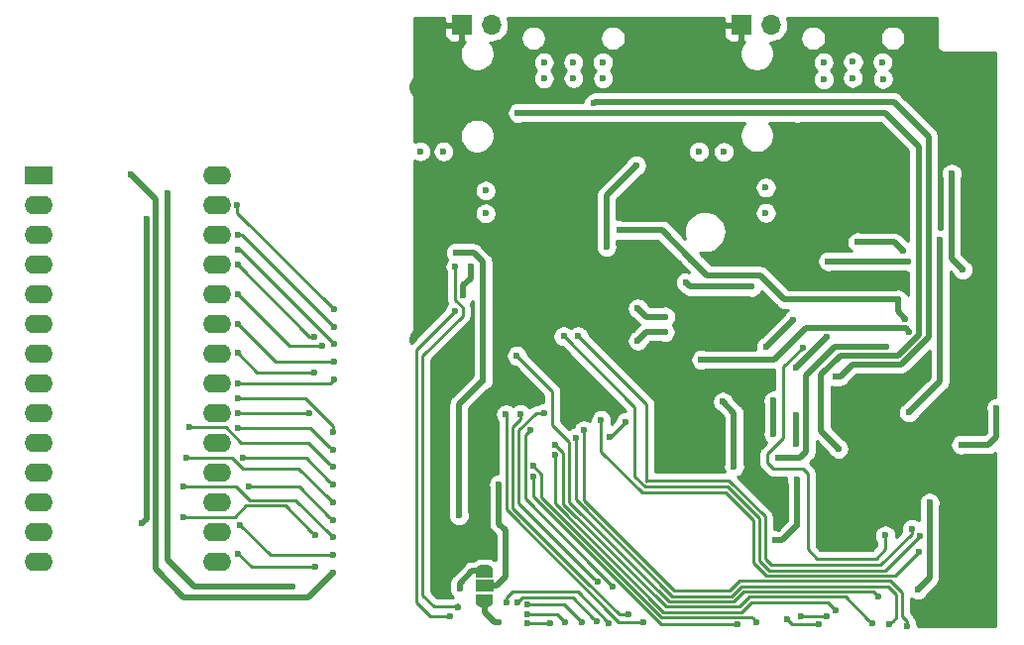
<source format=gbr>
G04 #@! TF.GenerationSoftware,KiCad,Pcbnew,(5.1.0)-1*
G04 #@! TF.CreationDate,2019-04-20T02:25:45+02:00*
G04 #@! TF.ProjectId,GBDSO,47424453-4f2e-46b6-9963-61645f706362,rev?*
G04 #@! TF.SameCoordinates,Original*
G04 #@! TF.FileFunction,Copper,L2,Bot*
G04 #@! TF.FilePolarity,Positive*
%FSLAX46Y46*%
G04 Gerber Fmt 4.6, Leading zero omitted, Abs format (unit mm)*
G04 Created by KiCad (PCBNEW (5.1.0)-1) date 2019-04-20 02:25:45*
%MOMM*%
%LPD*%
G04 APERTURE LIST*
%ADD10O,2.400000X1.600000*%
%ADD11R,2.400000X1.600000*%
%ADD12R,1.500000X1.000000*%
%ADD13C,0.500000*%
%ADD14C,0.100000*%
%ADD15O,1.700000X1.700000*%
%ADD16R,1.700000X1.700000*%
%ADD17C,0.600000*%
%ADD18C,0.500000*%
%ADD19C,0.250000*%
%ADD20C,0.254000*%
G04 APERTURE END LIST*
D10*
X122229775Y-83813961D03*
X106989775Y-116833961D03*
X122229775Y-86353961D03*
X106989775Y-114293961D03*
X122229775Y-88893961D03*
X106989775Y-111753961D03*
X122229775Y-91433961D03*
X106989775Y-109213961D03*
X122229775Y-93973961D03*
X106989775Y-106673961D03*
X122229775Y-96513961D03*
X106989775Y-104133961D03*
X122229775Y-99053961D03*
X106989775Y-101593961D03*
X122229775Y-101593961D03*
X106989775Y-99053961D03*
X122229775Y-104133961D03*
X106989775Y-96513961D03*
X122229775Y-106673961D03*
X106989775Y-93973961D03*
X122229775Y-109213961D03*
X106989775Y-91433961D03*
X122229775Y-111753961D03*
X106989775Y-88893961D03*
X122229775Y-114293961D03*
X106989775Y-86353961D03*
X122229775Y-116833961D03*
D11*
X106989775Y-83813961D03*
D12*
X145070000Y-118890000D03*
D13*
X145070000Y-117590000D03*
D14*
G36*
X144320602Y-117590000D02*
G01*
X144320602Y-117565466D01*
X144325412Y-117516635D01*
X144334984Y-117468510D01*
X144349228Y-117421555D01*
X144368005Y-117376222D01*
X144391136Y-117332949D01*
X144418396Y-117292150D01*
X144449524Y-117254221D01*
X144484221Y-117219524D01*
X144522150Y-117188396D01*
X144562949Y-117161136D01*
X144606222Y-117138005D01*
X144651555Y-117119228D01*
X144698510Y-117104984D01*
X144746635Y-117095412D01*
X144795466Y-117090602D01*
X144820000Y-117090602D01*
X144820000Y-117090000D01*
X145320000Y-117090000D01*
X145320000Y-117090602D01*
X145344534Y-117090602D01*
X145393365Y-117095412D01*
X145441490Y-117104984D01*
X145488445Y-117119228D01*
X145533778Y-117138005D01*
X145577051Y-117161136D01*
X145617850Y-117188396D01*
X145655779Y-117219524D01*
X145690476Y-117254221D01*
X145721604Y-117292150D01*
X145748864Y-117332949D01*
X145771995Y-117376222D01*
X145790772Y-117421555D01*
X145805016Y-117468510D01*
X145814588Y-117516635D01*
X145819398Y-117565466D01*
X145819398Y-117590000D01*
X145820000Y-117590000D01*
X145820000Y-118140000D01*
X144320000Y-118140000D01*
X144320000Y-117590000D01*
X144320602Y-117590000D01*
X144320602Y-117590000D01*
G37*
D13*
X145070000Y-120190000D03*
D14*
G36*
X145820000Y-119640000D02*
G01*
X145820000Y-120190000D01*
X145819398Y-120190000D01*
X145819398Y-120214534D01*
X145814588Y-120263365D01*
X145805016Y-120311490D01*
X145790772Y-120358445D01*
X145771995Y-120403778D01*
X145748864Y-120447051D01*
X145721604Y-120487850D01*
X145690476Y-120525779D01*
X145655779Y-120560476D01*
X145617850Y-120591604D01*
X145577051Y-120618864D01*
X145533778Y-120641995D01*
X145488445Y-120660772D01*
X145441490Y-120675016D01*
X145393365Y-120684588D01*
X145344534Y-120689398D01*
X145320000Y-120689398D01*
X145320000Y-120690000D01*
X144820000Y-120690000D01*
X144820000Y-120689398D01*
X144795466Y-120689398D01*
X144746635Y-120684588D01*
X144698510Y-120675016D01*
X144651555Y-120660772D01*
X144606222Y-120641995D01*
X144562949Y-120618864D01*
X144522150Y-120591604D01*
X144484221Y-120560476D01*
X144449524Y-120525779D01*
X144418396Y-120487850D01*
X144391136Y-120447051D01*
X144368005Y-120403778D01*
X144349228Y-120358445D01*
X144334984Y-120311490D01*
X144325412Y-120263365D01*
X144320602Y-120214534D01*
X144320602Y-120190000D01*
X144320000Y-120190000D01*
X144320000Y-119640000D01*
X145820000Y-119640000D01*
X145820000Y-119640000D01*
G37*
D15*
X169560000Y-70940000D03*
D16*
X167020000Y-70940000D03*
D15*
X145690000Y-70940000D03*
D16*
X143150000Y-70940000D03*
D17*
X158170000Y-95160000D03*
X160510000Y-95870000D03*
X158180000Y-97920000D03*
X160480000Y-97180000D03*
X165520000Y-81780000D03*
X163400000Y-81760000D03*
X179070000Y-74120000D03*
X179120000Y-75560000D03*
X176530000Y-75470000D03*
X176560000Y-74090000D03*
X181290000Y-91140000D03*
X185920000Y-91860000D03*
X184990000Y-83649998D03*
X174429999Y-91140000D03*
X171660000Y-100240000D03*
X174320000Y-97600010D03*
X171660000Y-104319998D03*
X171670000Y-106780000D03*
X171784990Y-109810000D03*
X169890000Y-114990000D03*
X171780000Y-113729996D03*
X139610000Y-81750000D03*
X141580000Y-81750000D03*
X155180000Y-74120000D03*
X155200000Y-75500000D03*
X152680000Y-75490000D03*
X152660000Y-74130000D03*
X155500000Y-89910000D03*
X158040000Y-82960000D03*
X162260000Y-92940000D03*
X167914996Y-93325000D03*
X166400000Y-108690000D03*
X165450000Y-103140000D03*
X183980000Y-89270000D03*
X181350000Y-104060000D03*
X147850000Y-99210000D03*
X178700002Y-119760000D03*
X151840000Y-97560000D03*
X182240000Y-114640000D03*
X153080000Y-97530000D03*
X181590000Y-114010000D03*
X163590000Y-99550000D03*
X142970000Y-119130000D03*
X181380000Y-97140000D03*
X185792500Y-106820000D03*
X188810000Y-103660000D03*
X163380000Y-72310000D03*
X164225000Y-98395000D03*
X115850000Y-113540000D03*
X148850000Y-95260000D03*
X151550000Y-88170000D03*
X143090000Y-86220000D03*
X153170000Y-87310000D03*
X186430000Y-100320000D03*
X142840000Y-116340000D03*
X141170002Y-100240000D03*
X116220000Y-87500000D03*
X159340000Y-87150000D03*
X141520000Y-72300000D03*
X139510000Y-72330000D03*
X165410000Y-72290000D03*
X161990000Y-75810002D03*
X174944680Y-110524680D03*
X182080000Y-120510000D03*
X184560000Y-80520000D03*
X170400000Y-112920000D03*
X188050000Y-115270000D03*
X182480000Y-100140000D03*
X176500000Y-102110000D03*
X185830000Y-94410000D03*
X180930000Y-87600000D03*
X179180000Y-80590000D03*
X180570000Y-92840000D03*
X186050000Y-103110000D03*
X188050000Y-116650000D03*
X188050000Y-118080000D03*
X188050000Y-119560000D03*
X188050000Y-121220000D03*
X187830000Y-85910000D03*
X174510000Y-113660010D03*
X174330000Y-115440000D03*
X177562500Y-106757500D03*
X161990005Y-103197495D03*
X170130671Y-107959990D03*
X156610000Y-88470000D03*
X179440001Y-98450000D03*
X180400000Y-94410000D03*
X181037500Y-96040000D03*
X162742500Y-90967500D03*
X169120000Y-98430000D03*
X176950000Y-89500000D03*
X180830000Y-90240000D03*
X171460000Y-96130000D03*
X169110000Y-84830000D03*
X169110000Y-87000000D03*
X145170000Y-87050000D03*
X145180000Y-85100000D03*
X174070000Y-75590000D03*
X174040000Y-74150000D03*
X150160000Y-74140000D03*
X150160000Y-75520000D03*
X175320000Y-107160000D03*
X147930000Y-78460000D03*
X171770000Y-78460002D03*
X178000000Y-77500000D03*
X169760000Y-105900000D03*
X154429998Y-77645010D03*
X183090000Y-111780000D03*
X182090002Y-119210000D03*
X169760000Y-103050002D03*
X175040000Y-101000000D03*
X146310000Y-110200000D03*
X142160000Y-121490000D03*
X142590000Y-95390000D03*
X142790000Y-120680000D03*
X142600000Y-91600000D03*
X142640000Y-90390000D03*
X142900000Y-112860000D03*
X144950000Y-101290000D03*
X146310000Y-121970000D03*
X150730002Y-122060000D03*
X148732838Y-122089007D03*
X152000000Y-122020000D03*
X148749551Y-121274976D03*
X153380007Y-121950007D03*
X148760000Y-120475032D03*
X147870011Y-120319747D03*
X154670000Y-121913898D03*
X155670000Y-122030000D03*
X147010000Y-120320000D03*
X158619999Y-121979999D03*
X146909978Y-104219978D03*
X148160000Y-104210000D03*
X157360000Y-121335021D03*
X150180000Y-104130000D03*
X154760000Y-118550000D03*
X149000002Y-105560000D03*
X156028051Y-118921949D03*
X149220000Y-109560000D03*
X166700000Y-122185065D03*
X149220085Y-108620571D03*
X168330000Y-121990000D03*
X143270000Y-94030000D03*
X143900000Y-91590000D03*
X173650000Y-122165010D03*
X170930000Y-121730000D03*
X172280000Y-98520000D03*
X179320000Y-114570000D03*
X172090000Y-121515054D03*
X174350000Y-121510002D03*
X151133051Y-107716949D03*
X175120000Y-120990002D03*
X151133058Y-106833058D03*
X178200000Y-122089998D03*
X157145000Y-104888058D03*
X152870011Y-106208058D03*
X155810000Y-106190000D03*
X179670000Y-122170000D03*
X153580000Y-105583058D03*
X181160000Y-122320000D03*
X155050000Y-104720000D03*
X182190000Y-116010000D03*
X118009775Y-85283961D03*
X128667011Y-118927978D03*
X124004990Y-93963961D03*
X131230000Y-98370000D03*
X124004990Y-98963961D03*
X130565054Y-100620000D03*
X114900000Y-83750000D03*
X132115010Y-117783961D03*
X124210000Y-113668951D03*
X132115010Y-116243961D03*
X119329775Y-110363961D03*
X132115010Y-114703961D03*
X124954990Y-110402676D03*
X132115010Y-113273961D03*
X119599775Y-107903961D03*
X132115010Y-111733961D03*
X124489989Y-107963961D03*
X132115010Y-110233961D03*
X119849775Y-105303961D03*
X132115010Y-108703961D03*
X124004990Y-105393961D03*
X132115010Y-107283961D03*
X124004990Y-102843961D03*
X132115010Y-105733961D03*
X124004990Y-91443961D03*
X130575010Y-97600000D03*
X124004990Y-101613961D03*
X132265076Y-101229874D03*
X124004990Y-96493961D03*
X132225021Y-99713963D03*
X132200000Y-98173997D03*
X124008336Y-90162408D03*
X132240000Y-96740000D03*
X124050000Y-88900000D03*
X132220000Y-95260000D03*
X123980000Y-86350000D03*
X124004990Y-104133961D03*
X130115043Y-104083961D03*
X119369775Y-112973961D03*
X130610000Y-114560000D03*
X124050000Y-116130000D03*
X130590000Y-117250000D03*
D18*
X158170000Y-95160000D02*
X158880000Y-95870000D01*
X160085736Y-95870000D02*
X160510000Y-95870000D01*
X158880000Y-95870000D02*
X160085736Y-95870000D01*
X158180000Y-97920000D02*
X158920000Y-97180000D01*
X158920000Y-97180000D02*
X160055736Y-97180000D01*
X160055736Y-97180000D02*
X160480000Y-97180000D01*
X185920000Y-91860000D02*
X184990000Y-90930000D01*
X184990000Y-90930000D02*
X184990000Y-84074262D01*
X184990000Y-84074262D02*
X184990000Y-83649998D01*
X181290000Y-91140000D02*
X174429999Y-91140000D01*
X174299990Y-97600010D02*
X174320000Y-97600010D01*
X171660000Y-100240000D02*
X174299990Y-97600010D01*
X171660000Y-104319998D02*
X171660000Y-106770000D01*
X171660000Y-106770000D02*
X171670000Y-106780000D01*
X171480001Y-114029995D02*
X171780000Y-113729996D01*
X169890000Y-114990000D02*
X170519996Y-114990000D01*
X171784990Y-113725006D02*
X171780000Y-113729996D01*
X170519996Y-114990000D02*
X171480001Y-114029995D01*
X171784990Y-109810000D02*
X171784990Y-113725006D01*
X155500000Y-85500000D02*
X157740001Y-83259999D01*
X155500000Y-89910000D02*
X155500000Y-85500000D01*
X157740001Y-83259999D02*
X158040000Y-82960000D01*
X162260000Y-92940000D02*
X162645000Y-93325000D01*
X162645000Y-93325000D02*
X167914996Y-93325000D01*
X166390000Y-108680000D02*
X166400000Y-108690000D01*
X165450000Y-103140000D02*
X165450000Y-103140000D01*
X166390000Y-104080000D02*
X166390000Y-108680000D01*
X165450000Y-103140000D02*
X166390000Y-104080000D01*
X183979997Y-89270003D02*
X183980000Y-89270000D01*
X183980000Y-101430000D02*
X183980000Y-89270000D01*
X181350000Y-104060000D02*
X183980000Y-101430000D01*
D19*
X147850000Y-99210000D02*
X150890000Y-102250000D01*
X150890000Y-102250000D02*
X150890000Y-105153049D01*
X150890000Y-105153049D02*
X152340000Y-106603049D01*
X152340000Y-106603049D02*
X152340000Y-111700000D01*
X178299980Y-119359978D02*
X178400003Y-119460001D01*
X178400003Y-119460001D02*
X178700002Y-119760000D01*
X167210022Y-119359978D02*
X178299980Y-119359978D01*
X160850022Y-120210022D02*
X166359978Y-120210022D01*
X166359978Y-120210022D02*
X167210022Y-119359978D01*
X152340000Y-111700000D02*
X160850022Y-120210022D01*
X181940001Y-114939999D02*
X182240000Y-114640000D01*
X158790000Y-110420000D02*
X165863590Y-110420000D01*
X169368610Y-117555021D02*
X179324979Y-117555021D01*
X179324979Y-117555021D02*
X181940001Y-114939999D01*
X157880000Y-103600000D02*
X157880000Y-109510000D01*
X168580000Y-116766411D02*
X169368610Y-117555021D01*
X165863590Y-110420000D02*
X168580000Y-113136410D01*
X157880000Y-109510000D02*
X158790000Y-110420000D01*
X168580000Y-113136410D02*
X168580000Y-116766411D01*
X151840000Y-97560000D02*
X157880000Y-103600000D01*
X153379999Y-97829999D02*
X153080000Y-97530000D01*
X158950000Y-103400000D02*
X153379999Y-97829999D01*
X158950000Y-109930000D02*
X158950000Y-103400000D01*
X158890000Y-109870000D02*
X165950000Y-109870000D01*
X165950000Y-109870000D02*
X169030011Y-112950011D01*
X169030011Y-112950011D02*
X169030011Y-116580011D01*
X181590000Y-114434264D02*
X181590000Y-114010000D01*
X178919253Y-117105011D02*
X181590000Y-114434264D01*
X169030011Y-116580011D02*
X169555011Y-117105011D01*
X169555011Y-117105011D02*
X178919253Y-117105011D01*
D18*
X145070000Y-117590000D02*
X144030000Y-117590000D01*
X142970000Y-118650000D02*
X142970000Y-119130000D01*
X144030000Y-117590000D02*
X142970000Y-118650000D01*
X172539995Y-96840001D02*
X181080001Y-96840001D01*
X163590000Y-99550000D02*
X169829996Y-99550000D01*
X181080001Y-96840001D02*
X181380000Y-97140000D01*
X169829996Y-99550000D02*
X172539995Y-96840001D01*
X185792500Y-106820000D02*
X188140000Y-106820000D01*
X188140000Y-106820000D02*
X188810000Y-106150000D01*
X188810000Y-106150000D02*
X188810000Y-103660000D01*
X116220000Y-113170000D02*
X116220000Y-87500000D01*
X115850000Y-113540000D02*
X116220000Y-113170000D01*
X170130671Y-107959990D02*
X172050010Y-107959990D01*
X179015737Y-98450000D02*
X179440001Y-98450000D01*
X172550000Y-107460000D02*
X172550000Y-100910000D01*
X172550000Y-100910000D02*
X175010000Y-98450000D01*
X175010000Y-98450000D02*
X179015737Y-98450000D01*
X172050010Y-107959990D02*
X172550000Y-107460000D01*
X180400000Y-94410000D02*
X180400000Y-95402500D01*
X180400000Y-95402500D02*
X181037500Y-96040000D01*
D19*
X162750000Y-90960000D02*
X162742500Y-90967500D01*
D18*
X162750000Y-90975000D02*
X162750000Y-90960000D01*
X164115000Y-92340000D02*
X162750000Y-90975000D01*
X168630000Y-92340000D02*
X164115000Y-92340000D01*
X180400000Y-94410000D02*
X170700000Y-94410000D01*
X170700000Y-94410000D02*
X168630000Y-92340000D01*
X160245000Y-88470000D02*
X156610000Y-88470000D01*
X162742500Y-90967500D02*
X160245000Y-88470000D01*
X176950000Y-89500000D02*
X177374264Y-89500000D01*
X177374264Y-89500000D02*
X180090000Y-89500000D01*
X180090000Y-89500000D02*
X180830000Y-90240000D01*
X169120000Y-98430000D02*
X171420000Y-96130000D01*
X171420000Y-96130000D02*
X171460000Y-96130000D01*
X147930000Y-78460000D02*
X171769998Y-78460000D01*
X171769998Y-78460000D02*
X171770000Y-78460002D01*
X175489999Y-99200001D02*
X173830000Y-100860000D01*
X171770000Y-78460002D02*
X172194264Y-78460002D01*
X182160000Y-97450004D02*
X180410003Y-99200001D01*
X180410003Y-99200001D02*
X175489999Y-99200001D01*
X172194266Y-78460000D02*
X179290000Y-78460000D01*
X173830000Y-105670000D02*
X175020001Y-106860001D01*
X182160000Y-81330000D02*
X182160000Y-97450004D01*
X175020001Y-106860001D02*
X175320000Y-107160000D01*
X173830000Y-100860000D02*
X173830000Y-105670000D01*
X179290000Y-78460000D02*
X182160000Y-81330000D01*
X172194264Y-78460002D02*
X172194266Y-78460000D01*
X154575008Y-77500000D02*
X154429998Y-77645010D01*
X178000000Y-77500000D02*
X154575008Y-77500000D01*
X182390001Y-118910001D02*
X182090002Y-119210000D01*
X183090000Y-118210002D02*
X182390001Y-118910001D01*
X183090000Y-111780000D02*
X183090000Y-118210002D01*
X169760000Y-105900000D02*
X169760000Y-103050002D01*
X175464264Y-101000000D02*
X175040000Y-101000000D01*
X180050000Y-77500000D02*
X183020000Y-80470000D01*
X178000000Y-77500000D02*
X180050000Y-77500000D01*
X183020000Y-97579969D02*
X180649969Y-99950000D01*
X183020000Y-80470000D02*
X183020000Y-97579969D01*
X180649969Y-99950000D02*
X176514264Y-99950000D01*
X176514264Y-99950000D02*
X175464264Y-101000000D01*
X146310000Y-110624264D02*
X146310000Y-110200000D01*
X146310000Y-113570000D02*
X146310000Y-110624264D01*
X146890000Y-114150000D02*
X146310000Y-113570000D01*
X146890000Y-118110000D02*
X146890000Y-114150000D01*
X145070000Y-118890000D02*
X146110000Y-118890000D01*
X146110000Y-118890000D02*
X146890000Y-118110000D01*
X142160000Y-121490000D02*
X142160000Y-121480000D01*
D19*
X142290001Y-95689999D02*
X142590000Y-95390000D01*
X139250000Y-98730000D02*
X142290001Y-95689999D01*
X139250000Y-120300000D02*
X139250000Y-98730000D01*
X142160000Y-121480000D02*
X140430000Y-121480000D01*
X140430000Y-121480000D02*
X139250000Y-120300000D01*
D18*
X142790000Y-120680000D02*
X142790000Y-120660000D01*
D19*
X142600000Y-94474998D02*
X142600000Y-92024264D01*
X140760000Y-120660000D02*
X139790000Y-119690000D01*
X142600000Y-92024264D02*
X142600000Y-91600000D01*
X142790000Y-120660000D02*
X140760000Y-120660000D01*
X139790000Y-119690000D02*
X139790000Y-99215002D01*
X139790000Y-99215002D02*
X143215001Y-95790001D01*
X143215001Y-95790001D02*
X143215001Y-95089999D01*
X143215001Y-95089999D02*
X142600000Y-94474998D01*
D18*
X142900000Y-103340000D02*
X144650001Y-101589999D01*
X144950000Y-100865736D02*
X144950000Y-101290000D01*
X144650001Y-101589999D02*
X144950000Y-101290000D01*
X142900000Y-112860000D02*
X142900000Y-103340000D01*
X144950000Y-91200000D02*
X144950000Y-100865736D01*
X144140000Y-90390000D02*
X144950000Y-91200000D01*
X142640000Y-90390000D02*
X144140000Y-90390000D01*
X145070000Y-121110000D02*
X145070000Y-120190000D01*
X146310000Y-121970000D02*
X145930000Y-121970000D01*
X145930000Y-121970000D02*
X145070000Y-121110000D01*
D19*
X150730002Y-122060000D02*
X148761845Y-122060000D01*
X148761845Y-122060000D02*
X148732838Y-122089007D01*
X149173815Y-121274976D02*
X148749551Y-121274976D01*
X151254976Y-121274976D02*
X149173815Y-121274976D01*
X152000000Y-122020000D02*
X151254976Y-121274976D01*
X149184264Y-120475032D02*
X148760000Y-120475032D01*
X151905032Y-120475032D02*
X149184264Y-120475032D01*
X153380007Y-121950007D02*
X151905032Y-120475032D01*
X148339736Y-119850022D02*
X152606124Y-119850022D01*
X152606124Y-119850022D02*
X154370001Y-121613899D01*
X147870011Y-120319747D02*
X148339736Y-119850022D01*
X154370001Y-121613899D02*
X154670000Y-121913898D01*
X147010000Y-119895736D02*
X147010000Y-120320000D01*
X153040011Y-119400011D02*
X147505725Y-119400011D01*
X155670000Y-122030000D02*
X153040011Y-119400011D01*
X147505725Y-119400011D02*
X147010000Y-119895736D01*
X146940001Y-104250001D02*
X146909978Y-104219978D01*
X146940001Y-112339999D02*
X146940001Y-104250001D01*
X158619999Y-121979999D02*
X156580001Y-121979999D01*
X156580001Y-121979999D02*
X146940001Y-112339999D01*
X156580757Y-121335021D02*
X156935736Y-121335021D01*
X153730000Y-118490000D02*
X153735736Y-118490000D01*
X147450000Y-105344264D02*
X147450000Y-112210000D01*
X148160000Y-104210000D02*
X148160000Y-104634264D01*
X147450000Y-112210000D02*
X153730000Y-118490000D01*
X156935736Y-121335021D02*
X157360000Y-121335021D01*
X153735736Y-118490000D02*
X156580757Y-121335021D01*
X148160000Y-104634264D02*
X147450000Y-105344264D01*
X154460001Y-118250001D02*
X154760000Y-118550000D01*
X148010000Y-111800000D02*
X154460001Y-118250001D01*
X148010000Y-105594998D02*
X148010000Y-111800000D01*
X150180000Y-104130000D02*
X149474998Y-104130000D01*
X149474998Y-104130000D02*
X148010000Y-105594998D01*
X155728052Y-118621950D02*
X156028051Y-118921949D01*
X154686102Y-117580000D02*
X155728052Y-118621950D01*
X154686102Y-117566102D02*
X154686102Y-117580000D01*
X148550000Y-111430000D02*
X154686102Y-117566102D01*
X149000002Y-105560000D02*
X148550000Y-106010002D01*
X148550000Y-106010002D02*
X148550000Y-111430000D01*
X149220000Y-111230000D02*
X160175065Y-122185065D01*
X149220000Y-109560000D02*
X149220000Y-111230000D01*
X160175065Y-122185065D02*
X166275736Y-122185065D01*
X166275736Y-122185065D02*
X166700000Y-122185065D01*
X149220085Y-108620571D02*
X149960000Y-109360486D01*
X155296410Y-116670000D02*
X160186465Y-121560055D01*
X155296410Y-116666410D02*
X155296410Y-116670000D01*
X149960000Y-109360486D02*
X149960000Y-111330000D01*
X167900055Y-121560055D02*
X168030001Y-121690001D01*
X160186465Y-121560055D02*
X167900055Y-121560055D01*
X149960000Y-111330000D02*
X155296410Y-116666410D01*
X168030001Y-121690001D02*
X168330000Y-121990000D01*
D18*
X143900000Y-92014264D02*
X143900000Y-91590000D01*
X143900000Y-92600000D02*
X143900000Y-92014264D01*
X143270000Y-94030000D02*
X143270000Y-93230000D01*
X143270000Y-93230000D02*
X143900000Y-92600000D01*
D19*
X171365010Y-122165010D02*
X171229999Y-122029999D01*
X173650000Y-122165010D02*
X171365010Y-122165010D01*
X171229999Y-122029999D02*
X170930000Y-121730000D01*
X178520000Y-116530000D02*
X179320000Y-115730000D01*
X173450000Y-116530000D02*
X178520000Y-116530000D01*
X169734998Y-108870000D02*
X172290000Y-108870000D01*
X170620001Y-100179999D02*
X170620001Y-106250001D01*
X170620001Y-106250001D02*
X169240000Y-107630002D01*
X172290000Y-108870000D02*
X172680000Y-109260000D01*
X179320000Y-115730000D02*
X179320000Y-114570000D01*
X172280000Y-98520000D02*
X170620001Y-100179999D01*
X169240000Y-107630002D02*
X169240000Y-108375002D01*
X169240000Y-108375002D02*
X169734998Y-108870000D01*
X172680000Y-109260000D02*
X172680000Y-115760000D01*
X172680000Y-115760000D02*
X173450000Y-116530000D01*
X174344948Y-121515054D02*
X174350000Y-121510002D01*
X172090000Y-121515054D02*
X174344948Y-121515054D01*
X174399998Y-120270000D02*
X175120000Y-120990002D01*
X167890000Y-120270000D02*
X174399998Y-120270000D01*
X167049956Y-121110044D02*
X167890000Y-120270000D01*
X160390043Y-121110044D02*
X167049956Y-121110044D01*
X151133051Y-107716949D02*
X151133051Y-111853051D01*
X151133051Y-111853051D02*
X160390043Y-121110044D01*
X166863556Y-120660033D02*
X167713600Y-119809989D01*
X151800000Y-107500000D02*
X151800000Y-111883590D01*
X177900001Y-121789999D02*
X178200000Y-122089998D01*
X175919991Y-119809989D02*
X177900001Y-121789999D01*
X167713600Y-119809989D02*
X175919991Y-119809989D01*
X160576443Y-120660033D02*
X166863556Y-120660033D01*
X151800000Y-111883590D02*
X160576443Y-120660033D01*
X151133058Y-106833058D02*
X151800000Y-107500000D01*
X157145000Y-104888058D02*
X155843058Y-106190000D01*
X155843058Y-106190000D02*
X155810000Y-106190000D01*
X179969999Y-121870001D02*
X179670000Y-122170000D01*
X180259999Y-121580001D02*
X179969999Y-121870001D01*
X161110010Y-119760011D02*
X166173579Y-119760011D01*
X179544971Y-118909967D02*
X180259999Y-119624995D01*
X167023622Y-118909967D02*
X179544971Y-118909967D01*
X166173579Y-119760011D02*
X167023622Y-118909967D01*
X152870011Y-111520011D02*
X161110010Y-119760011D01*
X152870011Y-106208058D02*
X152870011Y-111520011D01*
X180259999Y-119624995D02*
X180259999Y-121580001D01*
X181160000Y-121895736D02*
X181160000Y-122320000D01*
X180750000Y-121485736D02*
X181160000Y-121895736D01*
X153580000Y-111593590D02*
X161296410Y-119310000D01*
X180750000Y-119478585D02*
X180750000Y-121485736D01*
X153580000Y-105583058D02*
X153580000Y-111593590D01*
X165987178Y-119310000D02*
X166837222Y-118459956D01*
X166837222Y-118459956D02*
X179731371Y-118459956D01*
X161296410Y-119310000D02*
X165987178Y-119310000D01*
X179731371Y-118459956D02*
X180750000Y-119478585D01*
X165707180Y-110900000D02*
X158550000Y-110900000D01*
X158550000Y-110900000D02*
X155050000Y-107400000D01*
X168080000Y-116880000D02*
X168080000Y-113272820D01*
X168080000Y-113272820D02*
X165707180Y-110900000D01*
X155050000Y-105144264D02*
X155050000Y-104720000D01*
X155050000Y-107400000D02*
X155050000Y-105144264D01*
X168080000Y-116902822D02*
X169182209Y-118005031D01*
X169182209Y-118005031D02*
X180194969Y-118005031D01*
X180194969Y-118005031D02*
X181890001Y-116309999D01*
X181890001Y-116309999D02*
X182190000Y-116010000D01*
X168080000Y-116890000D02*
X168080000Y-116902822D01*
D18*
X128242747Y-118927978D02*
X128667011Y-118927978D01*
X120267978Y-118927978D02*
X128242747Y-118927978D01*
X118009775Y-85283961D02*
X118009775Y-116669775D01*
X118009775Y-116669775D02*
X120267978Y-118927978D01*
D19*
X124004990Y-93963961D02*
X128411029Y-98370000D01*
X128411029Y-98370000D02*
X130805736Y-98370000D01*
X130805736Y-98370000D02*
X131230000Y-98370000D01*
X125661029Y-100620000D02*
X130140790Y-100620000D01*
X130140790Y-100620000D02*
X130565054Y-100620000D01*
X124004990Y-98963961D02*
X125661029Y-100620000D01*
D18*
X131815011Y-118083960D02*
X132115010Y-117783961D01*
X130048971Y-119850000D02*
X131815011Y-118083960D01*
X119400000Y-119850000D02*
X130048971Y-119850000D01*
X116990000Y-117440000D02*
X119400000Y-119850000D01*
X114900000Y-83750000D02*
X116990000Y-85840000D01*
X116990000Y-85840000D02*
X116990000Y-117440000D01*
D19*
X131690746Y-116243961D02*
X132115010Y-116243961D01*
X124210000Y-113668951D02*
X126785010Y-116243961D01*
X126785010Y-116243961D02*
X131690746Y-116243961D01*
X128955010Y-111543961D02*
X131815011Y-114403962D01*
X131815011Y-114403962D02*
X132115010Y-114703961D01*
X125043961Y-111543961D02*
X128955010Y-111543961D01*
X123863961Y-110363961D02*
X125043961Y-111543961D01*
X119329775Y-110363961D02*
X123863961Y-110363961D01*
X129243725Y-110402676D02*
X131815011Y-112973962D01*
X131815011Y-112973962D02*
X132115010Y-113273961D01*
X124954990Y-110402676D02*
X129243725Y-110402676D01*
X129215010Y-108833961D02*
X131815011Y-111433962D01*
X123504985Y-107903961D02*
X124434985Y-108833961D01*
X119599775Y-107903961D02*
X123504985Y-107903961D01*
X124434985Y-108833961D02*
X129215010Y-108833961D01*
X131815011Y-111433962D02*
X132115010Y-111733961D01*
X124489989Y-107963961D02*
X129845010Y-107963961D01*
X129845010Y-107963961D02*
X131815011Y-109933962D01*
X131815011Y-109933962D02*
X132115010Y-110233961D01*
X122989988Y-105303961D02*
X124319988Y-106633961D01*
X131815011Y-108403962D02*
X132115010Y-108703961D01*
X130045010Y-106633961D02*
X131815011Y-108403962D01*
X124319988Y-106633961D02*
X130045010Y-106633961D01*
X119849775Y-105303961D02*
X122989988Y-105303961D01*
X130225010Y-105393961D02*
X131815011Y-106983962D01*
X124004990Y-105393961D02*
X130225010Y-105393961D01*
X131815011Y-106983962D02*
X132115010Y-107283961D01*
X132115010Y-105188924D02*
X132115010Y-105309697D01*
X129770047Y-102843961D02*
X132115010Y-105188924D01*
X124004990Y-102843961D02*
X129770047Y-102843961D01*
X132115010Y-105309697D02*
X132115010Y-105733961D01*
X124004990Y-91443961D02*
X130161029Y-97600000D01*
X130161029Y-97600000D02*
X130575010Y-97600000D01*
X124004990Y-101613961D02*
X131880989Y-101613961D01*
X131965077Y-101529873D02*
X132265076Y-101229874D01*
X131880989Y-101613961D02*
X131965077Y-101529873D01*
X131800757Y-99713963D02*
X132225021Y-99713963D01*
X127224992Y-99713963D02*
X131800757Y-99713963D01*
X124004990Y-96493961D02*
X127224992Y-99713963D01*
X124188411Y-90162408D02*
X124008336Y-90162408D01*
X132200000Y-98173997D02*
X124188411Y-90162408D01*
X124400000Y-88900000D02*
X124050000Y-88900000D01*
X132240000Y-96740000D02*
X124400000Y-88900000D01*
X132220000Y-95260000D02*
X123980000Y-87020000D01*
X123980000Y-87020000D02*
X123980000Y-86774264D01*
X123980000Y-86774264D02*
X123980000Y-86350000D01*
X130065043Y-104133961D02*
X130115043Y-104083961D01*
X124004990Y-104133961D02*
X130065043Y-104133961D01*
X123781037Y-112973961D02*
X124739999Y-112014999D01*
X124739999Y-112014999D02*
X128064999Y-112014999D01*
X128064999Y-112014999D02*
X130310001Y-114260001D01*
X130310001Y-114260001D02*
X130610000Y-114560000D01*
X119369775Y-112973961D02*
X123781037Y-112973961D01*
X125170000Y-117250000D02*
X130165736Y-117250000D01*
X124050000Y-116130000D02*
X125170000Y-117250000D01*
X130165736Y-117250000D02*
X130590000Y-117250000D01*
D20*
G36*
X141665000Y-70654250D02*
G01*
X141823750Y-70813000D01*
X143023000Y-70813000D01*
X143023000Y-70793000D01*
X143277000Y-70793000D01*
X143277000Y-70813000D01*
X143297000Y-70813000D01*
X143297000Y-71067000D01*
X143277000Y-71067000D01*
X143277000Y-72266250D01*
X143390322Y-72379572D01*
X143296525Y-72473368D01*
X143134010Y-72716589D01*
X143022068Y-72986842D01*
X142965000Y-73273740D01*
X142965000Y-73566260D01*
X143022068Y-73853158D01*
X143134010Y-74123411D01*
X143296525Y-74366632D01*
X143503368Y-74573475D01*
X143746589Y-74735990D01*
X144016842Y-74847932D01*
X144303740Y-74905000D01*
X144596260Y-74905000D01*
X144883158Y-74847932D01*
X145153411Y-74735990D01*
X145396632Y-74573475D01*
X145603475Y-74366632D01*
X145765990Y-74123411D01*
X145797262Y-74047911D01*
X149225000Y-74047911D01*
X149225000Y-74232089D01*
X149260932Y-74412729D01*
X149331414Y-74582889D01*
X149433738Y-74736028D01*
X149527710Y-74830000D01*
X149433738Y-74923972D01*
X149331414Y-75077111D01*
X149260932Y-75247271D01*
X149225000Y-75427911D01*
X149225000Y-75612089D01*
X149260932Y-75792729D01*
X149331414Y-75962889D01*
X149433738Y-76116028D01*
X149563972Y-76246262D01*
X149717111Y-76348586D01*
X149887271Y-76419068D01*
X150067911Y-76455000D01*
X150252089Y-76455000D01*
X150432729Y-76419068D01*
X150602889Y-76348586D01*
X150756028Y-76246262D01*
X150886262Y-76116028D01*
X150988586Y-75962889D01*
X151059068Y-75792729D01*
X151095000Y-75612089D01*
X151095000Y-75427911D01*
X151059068Y-75247271D01*
X150988586Y-75077111D01*
X150886262Y-74923972D01*
X150792290Y-74830000D01*
X150886262Y-74736028D01*
X150988586Y-74582889D01*
X151059068Y-74412729D01*
X151095000Y-74232089D01*
X151095000Y-74047911D01*
X151093011Y-74037911D01*
X151725000Y-74037911D01*
X151725000Y-74222089D01*
X151760932Y-74402729D01*
X151831414Y-74572889D01*
X151933738Y-74726028D01*
X152027710Y-74820000D01*
X151953738Y-74893972D01*
X151851414Y-75047111D01*
X151780932Y-75217271D01*
X151745000Y-75397911D01*
X151745000Y-75582089D01*
X151780932Y-75762729D01*
X151851414Y-75932889D01*
X151953738Y-76086028D01*
X152083972Y-76216262D01*
X152237111Y-76318586D01*
X152407271Y-76389068D01*
X152587911Y-76425000D01*
X152772089Y-76425000D01*
X152952729Y-76389068D01*
X153122889Y-76318586D01*
X153276028Y-76216262D01*
X153406262Y-76086028D01*
X153508586Y-75932889D01*
X153579068Y-75762729D01*
X153615000Y-75582089D01*
X153615000Y-75397911D01*
X153579068Y-75217271D01*
X153508586Y-75047111D01*
X153406262Y-74893972D01*
X153312290Y-74800000D01*
X153386262Y-74726028D01*
X153488586Y-74572889D01*
X153559068Y-74402729D01*
X153595000Y-74222089D01*
X153595000Y-74037911D01*
X153593011Y-74027911D01*
X154245000Y-74027911D01*
X154245000Y-74212089D01*
X154280932Y-74392729D01*
X154351414Y-74562889D01*
X154453738Y-74716028D01*
X154557710Y-74820000D01*
X154473738Y-74903972D01*
X154371414Y-75057111D01*
X154300932Y-75227271D01*
X154265000Y-75407911D01*
X154265000Y-75592089D01*
X154300932Y-75772729D01*
X154371414Y-75942889D01*
X154473738Y-76096028D01*
X154603972Y-76226262D01*
X154757111Y-76328586D01*
X154927271Y-76399068D01*
X155107911Y-76435000D01*
X155292089Y-76435000D01*
X155472729Y-76399068D01*
X155642889Y-76328586D01*
X155796028Y-76226262D01*
X155926262Y-76096028D01*
X156028586Y-75942889D01*
X156099068Y-75772729D01*
X156135000Y-75592089D01*
X156135000Y-75407911D01*
X156099068Y-75227271D01*
X156028586Y-75057111D01*
X155926262Y-74903972D01*
X155822290Y-74800000D01*
X155906262Y-74716028D01*
X156008586Y-74562889D01*
X156079068Y-74392729D01*
X156115000Y-74212089D01*
X156115000Y-74027911D01*
X156079068Y-73847271D01*
X156008586Y-73677111D01*
X155906262Y-73523972D01*
X155776028Y-73393738D01*
X155622889Y-73291414D01*
X155452729Y-73220932D01*
X155272089Y-73185000D01*
X155087911Y-73185000D01*
X154907271Y-73220932D01*
X154737111Y-73291414D01*
X154583972Y-73393738D01*
X154453738Y-73523972D01*
X154351414Y-73677111D01*
X154280932Y-73847271D01*
X154245000Y-74027911D01*
X153593011Y-74027911D01*
X153559068Y-73857271D01*
X153488586Y-73687111D01*
X153386262Y-73533972D01*
X153256028Y-73403738D01*
X153102889Y-73301414D01*
X152932729Y-73230932D01*
X152752089Y-73195000D01*
X152567911Y-73195000D01*
X152387271Y-73230932D01*
X152217111Y-73301414D01*
X152063972Y-73403738D01*
X151933738Y-73533972D01*
X151831414Y-73687111D01*
X151760932Y-73857271D01*
X151725000Y-74037911D01*
X151093011Y-74037911D01*
X151059068Y-73867271D01*
X150988586Y-73697111D01*
X150886262Y-73543972D01*
X150756028Y-73413738D01*
X150602889Y-73311414D01*
X150432729Y-73240932D01*
X150252089Y-73205000D01*
X150067911Y-73205000D01*
X149887271Y-73240932D01*
X149717111Y-73311414D01*
X149563972Y-73413738D01*
X149433738Y-73543972D01*
X149331414Y-73697111D01*
X149260932Y-73867271D01*
X149225000Y-74047911D01*
X145797262Y-74047911D01*
X145877932Y-73853158D01*
X145935000Y-73566260D01*
X145935000Y-73273740D01*
X145877932Y-72986842D01*
X145765990Y-72716589D01*
X145603475Y-72473368D01*
X145548340Y-72418233D01*
X145617050Y-72425000D01*
X145762950Y-72425000D01*
X145981111Y-72403513D01*
X146261034Y-72318599D01*
X146519014Y-72180706D01*
X146745134Y-71995134D01*
X146771393Y-71963137D01*
X148165000Y-71963137D01*
X148165000Y-72176863D01*
X148206696Y-72386483D01*
X148288485Y-72583940D01*
X148407225Y-72761647D01*
X148558353Y-72912775D01*
X148736060Y-73031515D01*
X148933517Y-73113304D01*
X149143137Y-73155000D01*
X149356863Y-73155000D01*
X149566483Y-73113304D01*
X149763940Y-73031515D01*
X149941647Y-72912775D01*
X150092775Y-72761647D01*
X150211515Y-72583940D01*
X150293304Y-72386483D01*
X150335000Y-72176863D01*
X150335000Y-71963137D01*
X154965000Y-71963137D01*
X154965000Y-72176863D01*
X155006696Y-72386483D01*
X155088485Y-72583940D01*
X155207225Y-72761647D01*
X155358353Y-72912775D01*
X155536060Y-73031515D01*
X155733517Y-73113304D01*
X155943137Y-73155000D01*
X156156863Y-73155000D01*
X156366483Y-73113304D01*
X156563940Y-73031515D01*
X156741647Y-72912775D01*
X156892775Y-72761647D01*
X157011515Y-72583940D01*
X157093304Y-72386483D01*
X157135000Y-72176863D01*
X157135000Y-71963137D01*
X157100561Y-71790000D01*
X165531928Y-71790000D01*
X165544188Y-71914482D01*
X165580498Y-72034180D01*
X165639463Y-72144494D01*
X165718815Y-72241185D01*
X165815506Y-72320537D01*
X165925820Y-72379502D01*
X166045518Y-72415812D01*
X166170000Y-72428072D01*
X166734250Y-72425000D01*
X166893000Y-72266250D01*
X166893000Y-71067000D01*
X165693750Y-71067000D01*
X165535000Y-71225750D01*
X165531928Y-71790000D01*
X157100561Y-71790000D01*
X157093304Y-71753517D01*
X157011515Y-71556060D01*
X156892775Y-71378353D01*
X156741647Y-71227225D01*
X156563940Y-71108485D01*
X156366483Y-71026696D01*
X156156863Y-70985000D01*
X155943137Y-70985000D01*
X155733517Y-71026696D01*
X155536060Y-71108485D01*
X155358353Y-71227225D01*
X155207225Y-71378353D01*
X155088485Y-71556060D01*
X155006696Y-71753517D01*
X154965000Y-71963137D01*
X150335000Y-71963137D01*
X150293304Y-71753517D01*
X150211515Y-71556060D01*
X150092775Y-71378353D01*
X149941647Y-71227225D01*
X149763940Y-71108485D01*
X149566483Y-71026696D01*
X149356863Y-70985000D01*
X149143137Y-70985000D01*
X148933517Y-71026696D01*
X148736060Y-71108485D01*
X148558353Y-71227225D01*
X148407225Y-71378353D01*
X148288485Y-71556060D01*
X148206696Y-71753517D01*
X148165000Y-71963137D01*
X146771393Y-71963137D01*
X146930706Y-71769014D01*
X147068599Y-71511034D01*
X147153513Y-71231111D01*
X147182185Y-70940000D01*
X147153513Y-70648889D01*
X147068599Y-70368966D01*
X147053116Y-70340000D01*
X165533289Y-70340000D01*
X165535000Y-70654250D01*
X165693750Y-70813000D01*
X166893000Y-70813000D01*
X166893000Y-70793000D01*
X167147000Y-70793000D01*
X167147000Y-70813000D01*
X167167000Y-70813000D01*
X167167000Y-71067000D01*
X167147000Y-71067000D01*
X167147000Y-72266250D01*
X167255322Y-72374572D01*
X167186525Y-72443368D01*
X167024010Y-72686589D01*
X166912068Y-72956842D01*
X166855000Y-73243740D01*
X166855000Y-73536260D01*
X166912068Y-73823158D01*
X167024010Y-74093411D01*
X167186525Y-74336632D01*
X167393368Y-74543475D01*
X167636589Y-74705990D01*
X167906842Y-74817932D01*
X168193740Y-74875000D01*
X168486260Y-74875000D01*
X168773158Y-74817932D01*
X169043411Y-74705990D01*
X169286632Y-74543475D01*
X169493475Y-74336632D01*
X169655990Y-74093411D01*
X169670694Y-74057911D01*
X173105000Y-74057911D01*
X173105000Y-74242089D01*
X173140932Y-74422729D01*
X173211414Y-74592889D01*
X173313738Y-74746028D01*
X173443972Y-74876262D01*
X173454448Y-74883262D01*
X173343738Y-74993972D01*
X173241414Y-75147111D01*
X173170932Y-75317271D01*
X173135000Y-75497911D01*
X173135000Y-75682089D01*
X173170932Y-75862729D01*
X173241414Y-76032889D01*
X173343738Y-76186028D01*
X173473972Y-76316262D01*
X173627111Y-76418586D01*
X173797271Y-76489068D01*
X173977911Y-76525000D01*
X174162089Y-76525000D01*
X174342729Y-76489068D01*
X174512889Y-76418586D01*
X174666028Y-76316262D01*
X174796262Y-76186028D01*
X174898586Y-76032889D01*
X174969068Y-75862729D01*
X175005000Y-75682089D01*
X175005000Y-75497911D01*
X174981131Y-75377911D01*
X175595000Y-75377911D01*
X175595000Y-75562089D01*
X175630932Y-75742729D01*
X175701414Y-75912889D01*
X175803738Y-76066028D01*
X175933972Y-76196262D01*
X176087111Y-76298586D01*
X176257271Y-76369068D01*
X176437911Y-76405000D01*
X176622089Y-76405000D01*
X176802729Y-76369068D01*
X176972889Y-76298586D01*
X177126028Y-76196262D01*
X177256262Y-76066028D01*
X177358586Y-75912889D01*
X177429068Y-75742729D01*
X177465000Y-75562089D01*
X177465000Y-75377911D01*
X177429068Y-75197271D01*
X177358586Y-75027111D01*
X177256262Y-74873972D01*
X177177290Y-74795000D01*
X177286262Y-74686028D01*
X177388586Y-74532889D01*
X177459068Y-74362729D01*
X177495000Y-74182089D01*
X177495000Y-74027911D01*
X178135000Y-74027911D01*
X178135000Y-74212089D01*
X178170932Y-74392729D01*
X178241414Y-74562889D01*
X178343738Y-74716028D01*
X178473972Y-74846262D01*
X178496437Y-74861273D01*
X178393738Y-74963972D01*
X178291414Y-75117111D01*
X178220932Y-75287271D01*
X178185000Y-75467911D01*
X178185000Y-75652089D01*
X178220932Y-75832729D01*
X178291414Y-76002889D01*
X178393738Y-76156028D01*
X178523972Y-76286262D01*
X178677111Y-76388586D01*
X178847271Y-76459068D01*
X179027911Y-76495000D01*
X179212089Y-76495000D01*
X179392729Y-76459068D01*
X179562889Y-76388586D01*
X179716028Y-76286262D01*
X179846262Y-76156028D01*
X179948586Y-76002889D01*
X180019068Y-75832729D01*
X180055000Y-75652089D01*
X180055000Y-75467911D01*
X180019068Y-75287271D01*
X179948586Y-75117111D01*
X179846262Y-74963972D01*
X179716028Y-74833738D01*
X179693563Y-74818727D01*
X179796262Y-74716028D01*
X179898586Y-74562889D01*
X179969068Y-74392729D01*
X180005000Y-74212089D01*
X180005000Y-74027911D01*
X179969068Y-73847271D01*
X179898586Y-73677111D01*
X179796262Y-73523972D01*
X179666028Y-73393738D01*
X179512889Y-73291414D01*
X179342729Y-73220932D01*
X179162089Y-73185000D01*
X178977911Y-73185000D01*
X178797271Y-73220932D01*
X178627111Y-73291414D01*
X178473972Y-73393738D01*
X178343738Y-73523972D01*
X178241414Y-73677111D01*
X178170932Y-73847271D01*
X178135000Y-74027911D01*
X177495000Y-74027911D01*
X177495000Y-73997911D01*
X177459068Y-73817271D01*
X177388586Y-73647111D01*
X177286262Y-73493972D01*
X177156028Y-73363738D01*
X177002889Y-73261414D01*
X176832729Y-73190932D01*
X176652089Y-73155000D01*
X176467911Y-73155000D01*
X176287271Y-73190932D01*
X176117111Y-73261414D01*
X175963972Y-73363738D01*
X175833738Y-73493972D01*
X175731414Y-73647111D01*
X175660932Y-73817271D01*
X175625000Y-73997911D01*
X175625000Y-74182089D01*
X175660932Y-74362729D01*
X175731414Y-74532889D01*
X175833738Y-74686028D01*
X175912710Y-74765000D01*
X175803738Y-74873972D01*
X175701414Y-75027111D01*
X175630932Y-75197271D01*
X175595000Y-75377911D01*
X174981131Y-75377911D01*
X174969068Y-75317271D01*
X174898586Y-75147111D01*
X174796262Y-74993972D01*
X174666028Y-74863738D01*
X174655552Y-74856738D01*
X174766262Y-74746028D01*
X174868586Y-74592889D01*
X174939068Y-74422729D01*
X174975000Y-74242089D01*
X174975000Y-74057911D01*
X174939068Y-73877271D01*
X174868586Y-73707111D01*
X174766262Y-73553972D01*
X174636028Y-73423738D01*
X174482889Y-73321414D01*
X174312729Y-73250932D01*
X174132089Y-73215000D01*
X173947911Y-73215000D01*
X173767271Y-73250932D01*
X173597111Y-73321414D01*
X173443972Y-73423738D01*
X173313738Y-73553972D01*
X173211414Y-73707111D01*
X173140932Y-73877271D01*
X173105000Y-74057911D01*
X169670694Y-74057911D01*
X169767932Y-73823158D01*
X169825000Y-73536260D01*
X169825000Y-73243740D01*
X169767932Y-72956842D01*
X169655990Y-72686589D01*
X169493475Y-72443368D01*
X169473802Y-72423695D01*
X169487050Y-72425000D01*
X169632950Y-72425000D01*
X169851111Y-72403513D01*
X170131034Y-72318599D01*
X170389014Y-72180706D01*
X170615134Y-71995134D01*
X170641393Y-71963137D01*
X172065000Y-71963137D01*
X172065000Y-72176863D01*
X172106696Y-72386483D01*
X172188485Y-72583940D01*
X172307225Y-72761647D01*
X172458353Y-72912775D01*
X172636060Y-73031515D01*
X172833517Y-73113304D01*
X173043137Y-73155000D01*
X173256863Y-73155000D01*
X173466483Y-73113304D01*
X173663940Y-73031515D01*
X173841647Y-72912775D01*
X173992775Y-72761647D01*
X174111515Y-72583940D01*
X174193304Y-72386483D01*
X174235000Y-72176863D01*
X174235000Y-71963137D01*
X178865000Y-71963137D01*
X178865000Y-72176863D01*
X178906696Y-72386483D01*
X178988485Y-72583940D01*
X179107225Y-72761647D01*
X179258353Y-72912775D01*
X179436060Y-73031515D01*
X179633517Y-73113304D01*
X179843137Y-73155000D01*
X180056863Y-73155000D01*
X180266483Y-73113304D01*
X180463940Y-73031515D01*
X180641647Y-72912775D01*
X180792775Y-72761647D01*
X180911515Y-72583940D01*
X180993304Y-72386483D01*
X181035000Y-72176863D01*
X181035000Y-71963137D01*
X180993304Y-71753517D01*
X180911515Y-71556060D01*
X180792775Y-71378353D01*
X180641647Y-71227225D01*
X180463940Y-71108485D01*
X180266483Y-71026696D01*
X180056863Y-70985000D01*
X179843137Y-70985000D01*
X179633517Y-71026696D01*
X179436060Y-71108485D01*
X179258353Y-71227225D01*
X179107225Y-71378353D01*
X178988485Y-71556060D01*
X178906696Y-71753517D01*
X178865000Y-71963137D01*
X174235000Y-71963137D01*
X174193304Y-71753517D01*
X174111515Y-71556060D01*
X173992775Y-71378353D01*
X173841647Y-71227225D01*
X173663940Y-71108485D01*
X173466483Y-71026696D01*
X173256863Y-70985000D01*
X173043137Y-70985000D01*
X172833517Y-71026696D01*
X172636060Y-71108485D01*
X172458353Y-71227225D01*
X172307225Y-71378353D01*
X172188485Y-71556060D01*
X172106696Y-71753517D01*
X172065000Y-71963137D01*
X170641393Y-71963137D01*
X170800706Y-71769014D01*
X170938599Y-71511034D01*
X171023513Y-71231111D01*
X171052185Y-70940000D01*
X171023513Y-70648889D01*
X170938599Y-70368966D01*
X170923116Y-70340000D01*
X183700000Y-70340000D01*
X183700001Y-72595113D01*
X183696565Y-72630000D01*
X183710273Y-72769184D01*
X183750872Y-72903020D01*
X183816800Y-73026363D01*
X183905525Y-73134475D01*
X184013637Y-73223200D01*
X184136980Y-73289128D01*
X184270816Y-73329727D01*
X184375123Y-73340000D01*
X184410000Y-73343435D01*
X184444877Y-73340000D01*
X188700140Y-73340000D01*
X188705902Y-102727389D01*
X188537271Y-102760932D01*
X188367111Y-102831414D01*
X188213972Y-102933738D01*
X188083738Y-103063972D01*
X187981414Y-103217111D01*
X187910932Y-103387271D01*
X187875000Y-103567911D01*
X187875000Y-103752089D01*
X187910932Y-103932729D01*
X187925001Y-103966695D01*
X187925000Y-105783421D01*
X187773422Y-105935000D01*
X186099192Y-105935000D01*
X186065229Y-105920932D01*
X185884589Y-105885000D01*
X185700411Y-105885000D01*
X185519771Y-105920932D01*
X185349611Y-105991414D01*
X185196472Y-106093738D01*
X185066238Y-106223972D01*
X184963914Y-106377111D01*
X184893432Y-106547271D01*
X184857500Y-106727911D01*
X184857500Y-106912089D01*
X184893432Y-107092729D01*
X184963914Y-107262889D01*
X185066238Y-107416028D01*
X185196472Y-107546262D01*
X185349611Y-107648586D01*
X185519771Y-107719068D01*
X185700411Y-107755000D01*
X185884589Y-107755000D01*
X186065229Y-107719068D01*
X186099192Y-107705000D01*
X188096531Y-107705000D01*
X188140000Y-107709281D01*
X188183469Y-107705000D01*
X188183477Y-107705000D01*
X188313490Y-107692195D01*
X188480313Y-107641589D01*
X188634059Y-107559411D01*
X188706838Y-107499683D01*
X188709752Y-122363000D01*
X182095000Y-122363000D01*
X182095000Y-122227911D01*
X182059068Y-122047271D01*
X181988586Y-121877111D01*
X181910303Y-121759952D01*
X181909003Y-121746750D01*
X181865546Y-121603489D01*
X181852991Y-121580001D01*
X181794974Y-121471460D01*
X181700001Y-121355735D01*
X181670998Y-121331933D01*
X181510000Y-121170935D01*
X181510000Y-119946970D01*
X181647113Y-120038586D01*
X181817273Y-120109068D01*
X181997913Y-120145000D01*
X182182091Y-120145000D01*
X182362731Y-120109068D01*
X182532891Y-120038586D01*
X182686030Y-119936262D01*
X182816264Y-119806028D01*
X182918588Y-119652889D01*
X182932657Y-119618923D01*
X183046533Y-119505047D01*
X183685049Y-118866532D01*
X183718817Y-118838819D01*
X183747384Y-118804011D01*
X183820509Y-118714908D01*
X183829411Y-118704061D01*
X183911589Y-118550315D01*
X183962195Y-118383492D01*
X183975000Y-118253479D01*
X183975000Y-118253469D01*
X183979281Y-118210003D01*
X183975000Y-118166536D01*
X183975000Y-112086692D01*
X183989068Y-112052729D01*
X184025000Y-111872089D01*
X184025000Y-111687911D01*
X183989068Y-111507271D01*
X183918586Y-111337111D01*
X183816262Y-111183972D01*
X183686028Y-111053738D01*
X183532889Y-110951414D01*
X183362729Y-110880932D01*
X183182089Y-110845000D01*
X182997911Y-110845000D01*
X182817271Y-110880932D01*
X182647111Y-110951414D01*
X182493972Y-111053738D01*
X182363738Y-111183972D01*
X182261414Y-111337111D01*
X182190932Y-111507271D01*
X182155000Y-111687911D01*
X182155000Y-111872089D01*
X182190932Y-112052729D01*
X182205000Y-112086693D01*
X182205000Y-113302710D01*
X182186028Y-113283738D01*
X182032889Y-113181414D01*
X181862729Y-113110932D01*
X181682089Y-113075000D01*
X181497911Y-113075000D01*
X181317271Y-113110932D01*
X181147111Y-113181414D01*
X180993972Y-113283738D01*
X180863738Y-113413972D01*
X180761414Y-113567111D01*
X180690932Y-113737271D01*
X180655000Y-113917911D01*
X180655000Y-114102089D01*
X180686917Y-114262545D01*
X180246961Y-114702501D01*
X180255000Y-114662089D01*
X180255000Y-114477911D01*
X180219068Y-114297271D01*
X180148586Y-114127111D01*
X180046262Y-113973972D01*
X179916028Y-113843738D01*
X179762889Y-113741414D01*
X179592729Y-113670932D01*
X179412089Y-113635000D01*
X179227911Y-113635000D01*
X179047271Y-113670932D01*
X178877111Y-113741414D01*
X178723972Y-113843738D01*
X178593738Y-113973972D01*
X178491414Y-114127111D01*
X178420932Y-114297271D01*
X178385000Y-114477911D01*
X178385000Y-114662089D01*
X178420932Y-114842729D01*
X178491414Y-115012889D01*
X178560001Y-115115536D01*
X178560000Y-115415198D01*
X178205199Y-115770000D01*
X173764802Y-115770000D01*
X173440000Y-115445198D01*
X173440000Y-109297322D01*
X173443676Y-109259999D01*
X173440000Y-109222676D01*
X173440000Y-109222667D01*
X173429003Y-109111014D01*
X173385546Y-108967753D01*
X173314974Y-108835724D01*
X173220001Y-108719999D01*
X173190998Y-108696197D01*
X172878190Y-108383389D01*
X173145045Y-108116533D01*
X173178817Y-108088817D01*
X173289411Y-107954059D01*
X173325649Y-107886262D01*
X173371589Y-107800314D01*
X173422195Y-107633490D01*
X173426322Y-107591589D01*
X173435000Y-107503477D01*
X173435000Y-107503469D01*
X173439281Y-107460000D01*
X173435000Y-107416531D01*
X173435000Y-106526578D01*
X174424954Y-107516533D01*
X174424960Y-107516538D01*
X174477345Y-107568923D01*
X174491414Y-107602889D01*
X174593738Y-107756028D01*
X174723972Y-107886262D01*
X174877111Y-107988586D01*
X175047271Y-108059068D01*
X175227911Y-108095000D01*
X175412089Y-108095000D01*
X175592729Y-108059068D01*
X175762889Y-107988586D01*
X175916028Y-107886262D01*
X176046262Y-107756028D01*
X176148586Y-107602889D01*
X176219068Y-107432729D01*
X176255000Y-107252089D01*
X176255000Y-107067911D01*
X176219068Y-106887271D01*
X176148586Y-106717111D01*
X176046262Y-106563972D01*
X175916028Y-106433738D01*
X175762889Y-106331414D01*
X175728923Y-106317345D01*
X175676538Y-106264960D01*
X175676533Y-106264954D01*
X174715000Y-105303422D01*
X174715000Y-101877417D01*
X174767271Y-101899068D01*
X174947911Y-101935000D01*
X175132089Y-101935000D01*
X175312729Y-101899068D01*
X175346692Y-101885000D01*
X175420795Y-101885000D01*
X175464264Y-101889281D01*
X175507733Y-101885000D01*
X175507741Y-101885000D01*
X175637754Y-101872195D01*
X175804577Y-101821589D01*
X175958323Y-101739411D01*
X176093081Y-101628817D01*
X176120798Y-101595044D01*
X176880843Y-100835000D01*
X180606500Y-100835000D01*
X180649969Y-100839281D01*
X180693438Y-100835000D01*
X180693446Y-100835000D01*
X180823459Y-100822195D01*
X180990282Y-100771589D01*
X181144028Y-100689411D01*
X181278786Y-100578817D01*
X181306503Y-100545044D01*
X183095000Y-98756548D01*
X183095000Y-101063421D01*
X180941077Y-103217345D01*
X180907111Y-103231414D01*
X180753972Y-103333738D01*
X180623738Y-103463972D01*
X180521414Y-103617111D01*
X180450932Y-103787271D01*
X180415000Y-103967911D01*
X180415000Y-104152089D01*
X180450932Y-104332729D01*
X180521414Y-104502889D01*
X180623738Y-104656028D01*
X180753972Y-104786262D01*
X180907111Y-104888586D01*
X181077271Y-104959068D01*
X181257911Y-104995000D01*
X181442089Y-104995000D01*
X181622729Y-104959068D01*
X181792889Y-104888586D01*
X181946028Y-104786262D01*
X182076262Y-104656028D01*
X182178586Y-104502889D01*
X182192655Y-104468923D01*
X184575050Y-102086529D01*
X184608817Y-102058817D01*
X184643742Y-102016262D01*
X184719411Y-101924059D01*
X184801589Y-101770314D01*
X184852195Y-101603490D01*
X184855835Y-101566532D01*
X184865000Y-101473477D01*
X184865000Y-101473469D01*
X184869281Y-101430000D01*
X184865000Y-101386531D01*
X184865000Y-92056579D01*
X185077345Y-92268924D01*
X185091414Y-92302889D01*
X185193738Y-92456028D01*
X185323972Y-92586262D01*
X185477111Y-92688586D01*
X185647271Y-92759068D01*
X185827911Y-92795000D01*
X186012089Y-92795000D01*
X186192729Y-92759068D01*
X186362889Y-92688586D01*
X186516028Y-92586262D01*
X186646262Y-92456028D01*
X186748586Y-92302889D01*
X186819068Y-92132729D01*
X186855000Y-91952089D01*
X186855000Y-91767911D01*
X186819068Y-91587271D01*
X186748586Y-91417111D01*
X186646262Y-91263972D01*
X186516028Y-91133738D01*
X186362889Y-91031414D01*
X186328924Y-91017345D01*
X185875000Y-90563422D01*
X185875000Y-83956690D01*
X185889068Y-83922727D01*
X185925000Y-83742087D01*
X185925000Y-83557909D01*
X185889068Y-83377269D01*
X185818586Y-83207109D01*
X185716262Y-83053970D01*
X185586028Y-82923736D01*
X185432889Y-82821412D01*
X185262729Y-82750930D01*
X185082089Y-82714998D01*
X184897911Y-82714998D01*
X184717271Y-82750930D01*
X184547111Y-82821412D01*
X184393972Y-82923736D01*
X184263738Y-83053970D01*
X184161414Y-83207109D01*
X184090932Y-83377269D01*
X184055000Y-83557909D01*
X184055000Y-83742087D01*
X184090932Y-83922727D01*
X184105000Y-83956690D01*
X184105000Y-84117738D01*
X184105001Y-84117748D01*
X184105000Y-88341547D01*
X184072089Y-88335000D01*
X183905000Y-88335000D01*
X183905000Y-80513465D01*
X183909281Y-80469999D01*
X183905000Y-80426533D01*
X183905000Y-80426523D01*
X183892195Y-80296510D01*
X183841589Y-80129687D01*
X183759411Y-79975941D01*
X183648817Y-79841183D01*
X183615050Y-79813471D01*
X180706534Y-76904956D01*
X180678817Y-76871183D01*
X180544059Y-76760589D01*
X180390313Y-76678411D01*
X180223490Y-76627805D01*
X180093477Y-76615000D01*
X180093469Y-76615000D01*
X180050000Y-76610719D01*
X180006531Y-76615000D01*
X178306692Y-76615000D01*
X178272729Y-76600932D01*
X178092089Y-76565000D01*
X177907911Y-76565000D01*
X177727271Y-76600932D01*
X177693308Y-76615000D01*
X154618473Y-76615000D01*
X154575007Y-76610719D01*
X154531541Y-76615000D01*
X154531531Y-76615000D01*
X154401518Y-76627805D01*
X154234695Y-76678411D01*
X154080949Y-76760589D01*
X154039211Y-76794843D01*
X153987109Y-76816424D01*
X153833970Y-76918748D01*
X153703736Y-77048982D01*
X153601412Y-77202121D01*
X153530930Y-77372281D01*
X153494998Y-77552921D01*
X153494998Y-77575000D01*
X148236692Y-77575000D01*
X148202729Y-77560932D01*
X148022089Y-77525000D01*
X147837911Y-77525000D01*
X147657271Y-77560932D01*
X147487111Y-77631414D01*
X147333972Y-77733738D01*
X147203738Y-77863972D01*
X147101414Y-78017111D01*
X147030932Y-78187271D01*
X146995000Y-78367911D01*
X146995000Y-78552089D01*
X147030932Y-78732729D01*
X147101414Y-78902889D01*
X147203738Y-79056028D01*
X147333972Y-79186262D01*
X147487111Y-79288586D01*
X147657271Y-79359068D01*
X147837911Y-79395000D01*
X148022089Y-79395000D01*
X148202729Y-79359068D01*
X148236692Y-79345000D01*
X167284893Y-79345000D01*
X167186525Y-79443368D01*
X167024010Y-79686589D01*
X166912068Y-79956842D01*
X166855000Y-80243740D01*
X166855000Y-80536260D01*
X166912068Y-80823158D01*
X167024010Y-81093411D01*
X167186525Y-81336632D01*
X167393368Y-81543475D01*
X167636589Y-81705990D01*
X167906842Y-81817932D01*
X168193740Y-81875000D01*
X168486260Y-81875000D01*
X168773158Y-81817932D01*
X169043411Y-81705990D01*
X169286632Y-81543475D01*
X169493475Y-81336632D01*
X169655990Y-81093411D01*
X169767932Y-80823158D01*
X169825000Y-80536260D01*
X169825000Y-80243740D01*
X169767932Y-79956842D01*
X169655990Y-79686589D01*
X169493475Y-79443368D01*
X169395107Y-79345000D01*
X171463303Y-79345000D01*
X171497271Y-79359070D01*
X171677911Y-79395002D01*
X171862089Y-79395002D01*
X172042729Y-79359070D01*
X172076692Y-79345002D01*
X172150795Y-79345002D01*
X172194264Y-79349283D01*
X172237733Y-79345002D01*
X172237741Y-79345002D01*
X172237761Y-79345000D01*
X178923422Y-79345000D01*
X181275000Y-81696579D01*
X181275001Y-89412825D01*
X181272889Y-89411414D01*
X181238924Y-89397345D01*
X180746534Y-88904956D01*
X180718817Y-88871183D01*
X180584059Y-88760589D01*
X180430313Y-88678411D01*
X180263490Y-88627805D01*
X180133477Y-88615000D01*
X180133469Y-88615000D01*
X180090000Y-88610719D01*
X180046531Y-88615000D01*
X177256692Y-88615000D01*
X177222729Y-88600932D01*
X177042089Y-88565000D01*
X176857911Y-88565000D01*
X176677271Y-88600932D01*
X176507111Y-88671414D01*
X176353972Y-88773738D01*
X176223738Y-88903972D01*
X176121414Y-89057111D01*
X176050932Y-89227271D01*
X176015000Y-89407911D01*
X176015000Y-89592089D01*
X176050932Y-89772729D01*
X176121414Y-89942889D01*
X176223738Y-90096028D01*
X176353972Y-90226262D01*
X176396982Y-90255000D01*
X174736691Y-90255000D01*
X174702728Y-90240932D01*
X174522088Y-90205000D01*
X174337910Y-90205000D01*
X174157270Y-90240932D01*
X173987110Y-90311414D01*
X173833971Y-90413738D01*
X173703737Y-90543972D01*
X173601413Y-90697111D01*
X173530931Y-90867271D01*
X173494999Y-91047911D01*
X173494999Y-91232089D01*
X173530931Y-91412729D01*
X173601413Y-91582889D01*
X173703737Y-91736028D01*
X173833971Y-91866262D01*
X173987110Y-91968586D01*
X174157270Y-92039068D01*
X174337910Y-92075000D01*
X174522088Y-92075000D01*
X174702728Y-92039068D01*
X174736691Y-92025000D01*
X180983308Y-92025000D01*
X181017271Y-92039068D01*
X181197911Y-92075000D01*
X181275001Y-92075000D01*
X181275001Y-94079167D01*
X181228586Y-93967111D01*
X181126262Y-93813972D01*
X180996028Y-93683738D01*
X180842889Y-93581414D01*
X180672729Y-93510932D01*
X180492089Y-93475000D01*
X180307911Y-93475000D01*
X180127271Y-93510932D01*
X180093308Y-93525000D01*
X171066579Y-93525000D01*
X169286534Y-91744956D01*
X169258817Y-91711183D01*
X169124059Y-91600589D01*
X168970313Y-91518411D01*
X168803490Y-91467805D01*
X168673477Y-91455000D01*
X168673469Y-91455000D01*
X168630000Y-91450719D01*
X168586531Y-91455000D01*
X164481579Y-91455000D01*
X163585155Y-90558577D01*
X163571086Y-90524611D01*
X163468762Y-90371472D01*
X163462775Y-90365485D01*
X163591700Y-90403430D01*
X163942604Y-90435365D01*
X164293028Y-90398534D01*
X164629624Y-90294340D01*
X164939572Y-90126752D01*
X165211065Y-89902153D01*
X165433764Y-89629098D01*
X165599184Y-89317988D01*
X165701025Y-88980672D01*
X165735409Y-88630000D01*
X165734705Y-88579590D01*
X165690543Y-88230014D01*
X165579323Y-87895674D01*
X165405281Y-87589304D01*
X165175045Y-87322574D01*
X164897387Y-87105643D01*
X164582880Y-86946774D01*
X164443689Y-86907911D01*
X168175000Y-86907911D01*
X168175000Y-87092089D01*
X168210932Y-87272729D01*
X168281414Y-87442889D01*
X168383738Y-87596028D01*
X168513972Y-87726262D01*
X168667111Y-87828586D01*
X168837271Y-87899068D01*
X169017911Y-87935000D01*
X169202089Y-87935000D01*
X169382729Y-87899068D01*
X169552889Y-87828586D01*
X169706028Y-87726262D01*
X169836262Y-87596028D01*
X169938586Y-87442889D01*
X170009068Y-87272729D01*
X170045000Y-87092089D01*
X170045000Y-86907911D01*
X170009068Y-86727271D01*
X169938586Y-86557111D01*
X169836262Y-86403972D01*
X169706028Y-86273738D01*
X169552889Y-86171414D01*
X169382729Y-86100932D01*
X169202089Y-86065000D01*
X169017911Y-86065000D01*
X168837271Y-86100932D01*
X168667111Y-86171414D01*
X168513972Y-86273738D01*
X168383738Y-86403972D01*
X168281414Y-86557111D01*
X168210932Y-86727271D01*
X168175000Y-86907911D01*
X164443689Y-86907911D01*
X164243506Y-86852019D01*
X163892190Y-86824987D01*
X163542315Y-86866707D01*
X163207206Y-86975590D01*
X162899629Y-87147490D01*
X162631297Y-87375858D01*
X162412433Y-87651995D01*
X162251373Y-87965385D01*
X162154251Y-88304089D01*
X162124767Y-88655207D01*
X162164044Y-89005366D01*
X162225417Y-89198839D01*
X160901534Y-87874956D01*
X160873817Y-87841183D01*
X160739059Y-87730589D01*
X160585313Y-87648411D01*
X160418490Y-87597805D01*
X160288477Y-87585000D01*
X160288469Y-87585000D01*
X160245000Y-87580719D01*
X160201531Y-87585000D01*
X156916692Y-87585000D01*
X156882729Y-87570932D01*
X156702089Y-87535000D01*
X156517911Y-87535000D01*
X156385000Y-87561438D01*
X156385000Y-85866578D01*
X157513667Y-84737911D01*
X168175000Y-84737911D01*
X168175000Y-84922089D01*
X168210932Y-85102729D01*
X168281414Y-85272889D01*
X168383738Y-85426028D01*
X168513972Y-85556262D01*
X168667111Y-85658586D01*
X168837271Y-85729068D01*
X169017911Y-85765000D01*
X169202089Y-85765000D01*
X169382729Y-85729068D01*
X169552889Y-85658586D01*
X169706028Y-85556262D01*
X169836262Y-85426028D01*
X169938586Y-85272889D01*
X170009068Y-85102729D01*
X170045000Y-84922089D01*
X170045000Y-84737911D01*
X170009068Y-84557271D01*
X169938586Y-84387111D01*
X169836262Y-84233972D01*
X169706028Y-84103738D01*
X169552889Y-84001414D01*
X169382729Y-83930932D01*
X169202089Y-83895000D01*
X169017911Y-83895000D01*
X168837271Y-83930932D01*
X168667111Y-84001414D01*
X168513972Y-84103738D01*
X168383738Y-84233972D01*
X168281414Y-84387111D01*
X168210932Y-84557271D01*
X168175000Y-84737911D01*
X157513667Y-84737911D01*
X158396533Y-83855046D01*
X158396538Y-83855040D01*
X158448923Y-83802655D01*
X158482889Y-83788586D01*
X158636028Y-83686262D01*
X158766262Y-83556028D01*
X158868586Y-83402889D01*
X158939068Y-83232729D01*
X158975000Y-83052089D01*
X158975000Y-82867911D01*
X158939068Y-82687271D01*
X158868586Y-82517111D01*
X158766262Y-82363972D01*
X158636028Y-82233738D01*
X158482889Y-82131414D01*
X158312729Y-82060932D01*
X158132089Y-82025000D01*
X157947911Y-82025000D01*
X157767271Y-82060932D01*
X157597111Y-82131414D01*
X157443972Y-82233738D01*
X157313738Y-82363972D01*
X157211414Y-82517111D01*
X157197345Y-82551077D01*
X157144960Y-82603462D01*
X157144954Y-82603467D01*
X154904951Y-84843471D01*
X154871184Y-84871183D01*
X154843471Y-84904951D01*
X154843468Y-84904954D01*
X154760590Y-85005941D01*
X154678412Y-85159687D01*
X154627805Y-85326510D01*
X154610719Y-85500000D01*
X154615001Y-85543479D01*
X154615000Y-89603307D01*
X154600932Y-89637271D01*
X154565000Y-89817911D01*
X154565000Y-90002089D01*
X154600932Y-90182729D01*
X154671414Y-90352889D01*
X154773738Y-90506028D01*
X154903972Y-90636262D01*
X155057111Y-90738586D01*
X155227271Y-90809068D01*
X155407911Y-90845000D01*
X155592089Y-90845000D01*
X155772729Y-90809068D01*
X155942889Y-90738586D01*
X156096028Y-90636262D01*
X156226262Y-90506028D01*
X156328586Y-90352889D01*
X156399068Y-90182729D01*
X156435000Y-90002089D01*
X156435000Y-89817911D01*
X156399068Y-89637271D01*
X156385000Y-89603308D01*
X156385000Y-89378562D01*
X156517911Y-89405000D01*
X156702089Y-89405000D01*
X156882729Y-89369068D01*
X156916692Y-89355000D01*
X159878422Y-89355000D01*
X161899846Y-91376424D01*
X161913914Y-91410389D01*
X162016238Y-91563528D01*
X162146472Y-91693762D01*
X162299611Y-91796086D01*
X162333577Y-91810155D01*
X162586715Y-92063294D01*
X162532729Y-92040932D01*
X162352089Y-92005000D01*
X162167911Y-92005000D01*
X161987271Y-92040932D01*
X161817111Y-92111414D01*
X161663972Y-92213738D01*
X161533738Y-92343972D01*
X161431414Y-92497111D01*
X161360932Y-92667271D01*
X161325000Y-92847911D01*
X161325000Y-93032089D01*
X161360932Y-93212729D01*
X161431414Y-93382889D01*
X161533738Y-93536028D01*
X161663972Y-93666262D01*
X161817111Y-93768586D01*
X161851077Y-93782655D01*
X161988466Y-93920044D01*
X162016183Y-93953817D01*
X162150941Y-94064411D01*
X162304687Y-94146589D01*
X162471510Y-94197195D01*
X162601523Y-94210000D01*
X162601533Y-94210000D01*
X162644999Y-94214281D01*
X162688465Y-94210000D01*
X167608304Y-94210000D01*
X167642267Y-94224068D01*
X167822907Y-94260000D01*
X168007085Y-94260000D01*
X168187725Y-94224068D01*
X168357885Y-94153586D01*
X168511024Y-94051262D01*
X168641258Y-93921028D01*
X168743582Y-93767889D01*
X168761955Y-93723533D01*
X170043470Y-95005049D01*
X170071183Y-95038817D01*
X170104951Y-95066530D01*
X170104953Y-95066532D01*
X170157885Y-95109972D01*
X170205941Y-95149411D01*
X170359687Y-95231589D01*
X170526510Y-95282195D01*
X170656523Y-95295000D01*
X170656533Y-95295000D01*
X170699999Y-95299281D01*
X170743466Y-95295000D01*
X171032596Y-95295000D01*
X171017111Y-95301414D01*
X170863972Y-95403738D01*
X170733738Y-95533972D01*
X170671896Y-95626525D01*
X168711077Y-97587345D01*
X168677111Y-97601414D01*
X168523972Y-97703738D01*
X168393738Y-97833972D01*
X168291414Y-97987111D01*
X168220932Y-98157271D01*
X168185000Y-98337911D01*
X168185000Y-98522089D01*
X168213427Y-98665000D01*
X163896692Y-98665000D01*
X163862729Y-98650932D01*
X163682089Y-98615000D01*
X163497911Y-98615000D01*
X163317271Y-98650932D01*
X163147111Y-98721414D01*
X162993972Y-98823738D01*
X162863738Y-98953972D01*
X162761414Y-99107111D01*
X162690932Y-99277271D01*
X162655000Y-99457911D01*
X162655000Y-99642089D01*
X162690932Y-99822729D01*
X162761414Y-99992889D01*
X162863738Y-100146028D01*
X162993972Y-100276262D01*
X163147111Y-100378586D01*
X163317271Y-100449068D01*
X163497911Y-100485000D01*
X163682089Y-100485000D01*
X163862729Y-100449068D01*
X163896692Y-100435000D01*
X169786527Y-100435000D01*
X169829996Y-100439281D01*
X169860001Y-100436326D01*
X169860001Y-102116576D01*
X169852089Y-102115002D01*
X169667911Y-102115002D01*
X169487271Y-102150934D01*
X169317111Y-102221416D01*
X169163972Y-102323740D01*
X169033738Y-102453974D01*
X168931414Y-102607113D01*
X168860932Y-102777273D01*
X168825000Y-102957913D01*
X168825000Y-103142091D01*
X168860932Y-103322731D01*
X168875001Y-103356697D01*
X168875000Y-105593307D01*
X168860932Y-105627271D01*
X168825000Y-105807911D01*
X168825000Y-105992089D01*
X168860932Y-106172729D01*
X168931414Y-106342889D01*
X169033738Y-106496028D01*
X169163972Y-106626262D01*
X169166949Y-106628251D01*
X168729003Y-107066198D01*
X168699999Y-107090001D01*
X168671027Y-107125304D01*
X168605026Y-107205726D01*
X168567492Y-107275947D01*
X168534454Y-107337756D01*
X168490997Y-107481017D01*
X168480000Y-107592670D01*
X168480000Y-107592680D01*
X168476324Y-107630002D01*
X168480000Y-107667324D01*
X168480000Y-108337680D01*
X168476324Y-108375002D01*
X168480000Y-108412324D01*
X168480000Y-108412335D01*
X168490997Y-108523988D01*
X168518914Y-108616017D01*
X168534454Y-108667248D01*
X168605026Y-108799278D01*
X168676201Y-108886004D01*
X168700000Y-108915003D01*
X168728998Y-108938801D01*
X169171194Y-109380997D01*
X169194997Y-109410001D01*
X169238526Y-109445724D01*
X169310721Y-109504974D01*
X169442751Y-109575546D01*
X169586012Y-109619003D01*
X169697665Y-109630000D01*
X169697675Y-109630000D01*
X169734998Y-109633676D01*
X169772321Y-109630000D01*
X170867477Y-109630000D01*
X170849990Y-109717911D01*
X170849990Y-109902089D01*
X170885922Y-110082729D01*
X170899990Y-110116693D01*
X170899991Y-113358427D01*
X170884960Y-113373458D01*
X170884954Y-113373463D01*
X170166093Y-114092325D01*
X170162729Y-114090932D01*
X169982089Y-114055000D01*
X169797911Y-114055000D01*
X169790011Y-114056571D01*
X169790011Y-112987333D01*
X169793687Y-112950010D01*
X169790011Y-112912687D01*
X169790011Y-112912678D01*
X169779014Y-112801025D01*
X169735557Y-112657764D01*
X169664985Y-112525735D01*
X169570012Y-112410010D01*
X169541015Y-112386213D01*
X166723033Y-109568232D01*
X166842889Y-109518586D01*
X166996028Y-109416262D01*
X167126262Y-109286028D01*
X167228586Y-109132889D01*
X167299068Y-108962729D01*
X167335000Y-108782089D01*
X167335000Y-108597911D01*
X167299068Y-108417271D01*
X167275000Y-108359165D01*
X167275000Y-104123469D01*
X167279281Y-104080000D01*
X167275000Y-104036531D01*
X167275000Y-104036523D01*
X167262195Y-103906510D01*
X167211589Y-103739687D01*
X167129411Y-103585941D01*
X167070725Y-103514432D01*
X167046532Y-103484953D01*
X167046530Y-103484951D01*
X167018817Y-103451183D01*
X166985050Y-103423471D01*
X166292655Y-102731077D01*
X166278586Y-102697111D01*
X166176262Y-102543972D01*
X166046028Y-102413738D01*
X165892889Y-102311414D01*
X165722729Y-102240932D01*
X165542089Y-102205000D01*
X165357911Y-102205000D01*
X165177271Y-102240932D01*
X165007111Y-102311414D01*
X164853972Y-102413738D01*
X164723738Y-102543972D01*
X164621414Y-102697111D01*
X164550932Y-102867271D01*
X164515000Y-103047911D01*
X164515000Y-103232089D01*
X164550932Y-103412729D01*
X164621414Y-103582889D01*
X164723738Y-103736028D01*
X164853972Y-103866262D01*
X165007111Y-103968586D01*
X165041077Y-103982655D01*
X165505000Y-104446579D01*
X165505001Y-108407448D01*
X165500932Y-108417271D01*
X165465000Y-108597911D01*
X165465000Y-108782089D01*
X165500932Y-108962729D01*
X165561933Y-109110000D01*
X159710000Y-109110000D01*
X159710000Y-103437323D01*
X159713676Y-103400000D01*
X159710000Y-103362677D01*
X159710000Y-103362667D01*
X159699003Y-103251014D01*
X159655546Y-103107753D01*
X159630021Y-103059999D01*
X159584974Y-102975723D01*
X159513799Y-102888997D01*
X159490001Y-102859999D01*
X159461003Y-102836201D01*
X154003153Y-97378352D01*
X153979068Y-97257271D01*
X153908586Y-97087111D01*
X153806262Y-96933972D01*
X153676028Y-96803738D01*
X153522889Y-96701414D01*
X153352729Y-96630932D01*
X153172089Y-96595000D01*
X152987911Y-96595000D01*
X152807271Y-96630932D01*
X152637111Y-96701414D01*
X152483972Y-96803738D01*
X152445000Y-96842710D01*
X152436028Y-96833738D01*
X152282889Y-96731414D01*
X152112729Y-96660932D01*
X151932089Y-96625000D01*
X151747911Y-96625000D01*
X151567271Y-96660932D01*
X151397111Y-96731414D01*
X151243972Y-96833738D01*
X151113738Y-96963972D01*
X151011414Y-97117111D01*
X150940932Y-97287271D01*
X150905000Y-97467911D01*
X150905000Y-97652089D01*
X150940932Y-97832729D01*
X151011414Y-98002889D01*
X151113738Y-98156028D01*
X151243972Y-98286262D01*
X151397111Y-98388586D01*
X151567271Y-98459068D01*
X151688352Y-98483153D01*
X157120000Y-103914802D01*
X157120000Y-103953058D01*
X157052911Y-103953058D01*
X156872271Y-103988990D01*
X156702111Y-104059472D01*
X156548972Y-104161796D01*
X156418738Y-104292030D01*
X156316414Y-104445169D01*
X156245932Y-104615329D01*
X156221847Y-104736409D01*
X155937430Y-105020827D01*
X155949068Y-104992729D01*
X155985000Y-104812089D01*
X155985000Y-104627911D01*
X155949068Y-104447271D01*
X155878586Y-104277111D01*
X155776262Y-104123972D01*
X155646028Y-103993738D01*
X155492889Y-103891414D01*
X155322729Y-103820932D01*
X155142089Y-103785000D01*
X154957911Y-103785000D01*
X154777271Y-103820932D01*
X154607111Y-103891414D01*
X154453972Y-103993738D01*
X154323738Y-104123972D01*
X154221414Y-104277111D01*
X154150932Y-104447271D01*
X154115000Y-104627911D01*
X154115000Y-104812089D01*
X154115901Y-104816621D01*
X154022889Y-104754472D01*
X153852729Y-104683990D01*
X153672089Y-104648058D01*
X153487911Y-104648058D01*
X153307271Y-104683990D01*
X153137111Y-104754472D01*
X152983972Y-104856796D01*
X152853738Y-104987030D01*
X152751414Y-105140169D01*
X152689047Y-105290736D01*
X152597282Y-105308990D01*
X152427122Y-105379472D01*
X152285712Y-105473959D01*
X151650000Y-104838248D01*
X151650000Y-102287322D01*
X151653676Y-102249999D01*
X151650000Y-102212676D01*
X151650000Y-102212667D01*
X151639003Y-102101014D01*
X151595546Y-101957753D01*
X151524974Y-101825724D01*
X151430001Y-101709999D01*
X151401004Y-101686202D01*
X148773153Y-99058352D01*
X148749068Y-98937271D01*
X148678586Y-98767111D01*
X148576262Y-98613972D01*
X148446028Y-98483738D01*
X148292889Y-98381414D01*
X148122729Y-98310932D01*
X147942089Y-98275000D01*
X147757911Y-98275000D01*
X147577271Y-98310932D01*
X147407111Y-98381414D01*
X147253972Y-98483738D01*
X147123738Y-98613972D01*
X147021414Y-98767111D01*
X146950932Y-98937271D01*
X146915000Y-99117911D01*
X146915000Y-99302089D01*
X146950932Y-99482729D01*
X147021414Y-99652889D01*
X147123738Y-99806028D01*
X147253972Y-99936262D01*
X147407111Y-100038586D01*
X147577271Y-100109068D01*
X147698352Y-100133153D01*
X150130000Y-102564802D01*
X150130000Y-103195000D01*
X150087911Y-103195000D01*
X149907271Y-103230932D01*
X149737111Y-103301414D01*
X149634465Y-103370000D01*
X149512320Y-103370000D01*
X149474997Y-103366324D01*
X149437674Y-103370000D01*
X149437665Y-103370000D01*
X149326012Y-103380997D01*
X149221404Y-103412729D01*
X149182751Y-103424454D01*
X149050721Y-103495026D01*
X148968301Y-103562667D01*
X148934997Y-103589999D01*
X148911199Y-103618997D01*
X148898263Y-103631933D01*
X148886262Y-103613972D01*
X148756028Y-103483738D01*
X148602889Y-103381414D01*
X148432729Y-103310932D01*
X148252089Y-103275000D01*
X148067911Y-103275000D01*
X147887271Y-103310932D01*
X147717111Y-103381414D01*
X147563972Y-103483738D01*
X147530000Y-103517710D01*
X147506006Y-103493716D01*
X147352867Y-103391392D01*
X147182707Y-103320910D01*
X147002067Y-103284978D01*
X146817889Y-103284978D01*
X146637249Y-103320910D01*
X146467089Y-103391392D01*
X146313950Y-103493716D01*
X146183716Y-103623950D01*
X146081392Y-103777089D01*
X146010910Y-103947249D01*
X145974978Y-104127889D01*
X145974978Y-104312067D01*
X146010910Y-104492707D01*
X146081392Y-104662867D01*
X146180002Y-104810447D01*
X146180001Y-109272541D01*
X146037271Y-109300932D01*
X145867111Y-109371414D01*
X145713972Y-109473738D01*
X145583738Y-109603972D01*
X145481414Y-109757111D01*
X145410932Y-109927271D01*
X145375000Y-110107911D01*
X145375000Y-110292089D01*
X145410932Y-110472729D01*
X145425000Y-110506692D01*
X145425000Y-110667740D01*
X145425001Y-110667750D01*
X145425000Y-113526531D01*
X145420719Y-113570000D01*
X145425000Y-113613469D01*
X145425000Y-113613476D01*
X145437805Y-113743489D01*
X145488411Y-113910312D01*
X145570589Y-114064058D01*
X145681183Y-114198817D01*
X145714956Y-114226534D01*
X146005001Y-114516579D01*
X146005000Y-116683881D01*
X145991691Y-116672958D01*
X145910192Y-116618502D01*
X145799875Y-116559536D01*
X145709319Y-116522027D01*
X145589623Y-116485718D01*
X145493490Y-116466596D01*
X145369009Y-116454336D01*
X145344450Y-116454336D01*
X145320000Y-116451928D01*
X144820000Y-116451928D01*
X144795550Y-116454336D01*
X144770991Y-116454336D01*
X144646510Y-116466596D01*
X144550377Y-116485718D01*
X144430681Y-116522027D01*
X144340125Y-116559536D01*
X144229808Y-116618502D01*
X144148309Y-116672958D01*
X144109266Y-116705000D01*
X144073465Y-116705000D01*
X144029999Y-116700719D01*
X143986533Y-116705000D01*
X143986523Y-116705000D01*
X143856510Y-116717805D01*
X143689687Y-116768411D01*
X143535941Y-116850589D01*
X143507661Y-116873798D01*
X143434953Y-116933468D01*
X143434951Y-116933470D01*
X143401183Y-116961183D01*
X143373470Y-116994951D01*
X142374956Y-117993466D01*
X142341183Y-118021183D01*
X142230589Y-118155942D01*
X142148411Y-118309688D01*
X142114431Y-118421702D01*
X142098881Y-118472965D01*
X142097805Y-118476511D01*
X142085000Y-118606524D01*
X142085000Y-118606531D01*
X142080719Y-118650000D01*
X142085000Y-118693469D01*
X142085000Y-118823308D01*
X142070932Y-118857271D01*
X142035000Y-119037911D01*
X142035000Y-119222089D01*
X142070932Y-119402729D01*
X142141414Y-119572889D01*
X142243738Y-119726028D01*
X142362677Y-119844967D01*
X142347111Y-119851414D01*
X142274397Y-119900000D01*
X141074802Y-119900000D01*
X140550000Y-119375199D01*
X140550000Y-99529803D01*
X143726005Y-96353799D01*
X143755002Y-96330002D01*
X143849975Y-96214277D01*
X143920547Y-96082248D01*
X143964004Y-95938987D01*
X143975001Y-95827334D01*
X143975001Y-95827324D01*
X143978677Y-95790001D01*
X143975001Y-95752678D01*
X143975001Y-95127324D01*
X143978677Y-95089999D01*
X143975001Y-95052674D01*
X143975001Y-95052666D01*
X143964004Y-94941013D01*
X143920547Y-94797752D01*
X143887104Y-94735186D01*
X143996262Y-94626028D01*
X144065000Y-94523154D01*
X144065001Y-100822250D01*
X144065000Y-100822260D01*
X144065000Y-100923422D01*
X144054960Y-100933462D01*
X144054954Y-100933467D01*
X142304951Y-102683471D01*
X142271184Y-102711183D01*
X142243471Y-102744951D01*
X142243468Y-102744954D01*
X142160590Y-102845941D01*
X142078412Y-102999687D01*
X142027805Y-103166510D01*
X142010719Y-103340000D01*
X142015001Y-103383479D01*
X142015000Y-112553307D01*
X142000932Y-112587271D01*
X141965000Y-112767911D01*
X141965000Y-112952089D01*
X142000932Y-113132729D01*
X142071414Y-113302889D01*
X142173738Y-113456028D01*
X142303972Y-113586262D01*
X142457111Y-113688586D01*
X142627271Y-113759068D01*
X142807911Y-113795000D01*
X142992089Y-113795000D01*
X143172729Y-113759068D01*
X143342889Y-113688586D01*
X143496028Y-113586262D01*
X143626262Y-113456028D01*
X143728586Y-113302889D01*
X143799068Y-113132729D01*
X143835000Y-112952089D01*
X143835000Y-112767911D01*
X143799068Y-112587271D01*
X143785000Y-112553308D01*
X143785000Y-103706578D01*
X145306533Y-102185046D01*
X145306538Y-102185040D01*
X145358923Y-102132655D01*
X145392889Y-102118586D01*
X145546028Y-102016262D01*
X145676262Y-101886028D01*
X145778586Y-101732889D01*
X145849068Y-101562729D01*
X145885000Y-101382089D01*
X145885000Y-101197911D01*
X145849068Y-101017271D01*
X145835000Y-100983308D01*
X145835000Y-95067911D01*
X157235000Y-95067911D01*
X157235000Y-95252089D01*
X157270932Y-95432729D01*
X157341414Y-95602889D01*
X157443738Y-95756028D01*
X157573972Y-95886262D01*
X157727111Y-95988586D01*
X157761077Y-96002655D01*
X158223470Y-96465049D01*
X158251183Y-96498817D01*
X158284951Y-96526530D01*
X158284953Y-96526532D01*
X158303087Y-96541414D01*
X158291183Y-96551183D01*
X158263470Y-96584951D01*
X157771077Y-97077345D01*
X157737111Y-97091414D01*
X157583972Y-97193738D01*
X157453738Y-97323972D01*
X157351414Y-97477111D01*
X157280932Y-97647271D01*
X157245000Y-97827911D01*
X157245000Y-98012089D01*
X157280932Y-98192729D01*
X157351414Y-98362889D01*
X157453738Y-98516028D01*
X157583972Y-98646262D01*
X157737111Y-98748586D01*
X157907271Y-98819068D01*
X158087911Y-98855000D01*
X158272089Y-98855000D01*
X158452729Y-98819068D01*
X158622889Y-98748586D01*
X158776028Y-98646262D01*
X158906262Y-98516028D01*
X159008586Y-98362889D01*
X159022655Y-98328923D01*
X159286579Y-98065000D01*
X160173308Y-98065000D01*
X160207271Y-98079068D01*
X160387911Y-98115000D01*
X160572089Y-98115000D01*
X160752729Y-98079068D01*
X160922889Y-98008586D01*
X161076028Y-97906262D01*
X161206262Y-97776028D01*
X161308586Y-97622889D01*
X161379068Y-97452729D01*
X161415000Y-97272089D01*
X161415000Y-97087911D01*
X161379068Y-96907271D01*
X161308586Y-96737111D01*
X161206262Y-96583972D01*
X161162290Y-96540000D01*
X161236262Y-96466028D01*
X161338586Y-96312889D01*
X161409068Y-96142729D01*
X161445000Y-95962089D01*
X161445000Y-95777911D01*
X161409068Y-95597271D01*
X161338586Y-95427111D01*
X161236262Y-95273972D01*
X161106028Y-95143738D01*
X160952889Y-95041414D01*
X160782729Y-94970932D01*
X160602089Y-94935000D01*
X160417911Y-94935000D01*
X160237271Y-94970932D01*
X160203308Y-94985000D01*
X159246579Y-94985000D01*
X159012655Y-94751077D01*
X158998586Y-94717111D01*
X158896262Y-94563972D01*
X158766028Y-94433738D01*
X158612889Y-94331414D01*
X158442729Y-94260932D01*
X158262089Y-94225000D01*
X158077911Y-94225000D01*
X157897271Y-94260932D01*
X157727111Y-94331414D01*
X157573972Y-94433738D01*
X157443738Y-94563972D01*
X157341414Y-94717111D01*
X157270932Y-94887271D01*
X157235000Y-95067911D01*
X145835000Y-95067911D01*
X145835000Y-91243469D01*
X145839281Y-91200000D01*
X145835000Y-91156531D01*
X145835000Y-91156523D01*
X145822195Y-91026510D01*
X145819862Y-91018817D01*
X145802019Y-90960000D01*
X145771589Y-90859687D01*
X145689411Y-90705941D01*
X145664227Y-90675254D01*
X145606532Y-90604953D01*
X145606530Y-90604951D01*
X145578817Y-90571183D01*
X145545050Y-90543471D01*
X144796534Y-89794956D01*
X144768817Y-89761183D01*
X144634059Y-89650589D01*
X144480313Y-89568411D01*
X144313490Y-89517805D01*
X144183477Y-89505000D01*
X144183469Y-89505000D01*
X144140000Y-89500719D01*
X144096531Y-89505000D01*
X142946692Y-89505000D01*
X142912729Y-89490932D01*
X142732089Y-89455000D01*
X142547911Y-89455000D01*
X142367271Y-89490932D01*
X142197111Y-89561414D01*
X142043972Y-89663738D01*
X141913738Y-89793972D01*
X141811414Y-89947111D01*
X141740932Y-90117271D01*
X141705000Y-90297911D01*
X141705000Y-90482089D01*
X141740932Y-90662729D01*
X141811414Y-90832889D01*
X141904904Y-90972806D01*
X141873738Y-91003972D01*
X141771414Y-91157111D01*
X141700932Y-91327271D01*
X141665000Y-91507911D01*
X141665000Y-91692089D01*
X141700932Y-91872729D01*
X141771414Y-92042889D01*
X141840001Y-92145537D01*
X141840000Y-94437675D01*
X141836324Y-94474998D01*
X141840000Y-94512320D01*
X141840000Y-94512330D01*
X141850997Y-94623983D01*
X141879247Y-94717111D01*
X141893526Y-94764184D01*
X141863738Y-94793972D01*
X141761414Y-94947111D01*
X141690932Y-95117271D01*
X141666847Y-95238351D01*
X138814697Y-98090502D01*
X138785324Y-98046293D01*
X138779005Y-98038655D01*
X138777000Y-98036266D01*
X138777000Y-97591913D01*
X138793132Y-97572133D01*
X138828757Y-97518513D01*
X138865099Y-97465436D01*
X138869814Y-97456716D01*
X138961439Y-97284394D01*
X138985951Y-97224924D01*
X139011312Y-97165752D01*
X139014243Y-97156282D01*
X139070652Y-96969446D01*
X139083152Y-96906316D01*
X139096530Y-96843377D01*
X139097566Y-96833519D01*
X139116611Y-96639285D01*
X139120000Y-96604877D01*
X139120000Y-86957911D01*
X144235000Y-86957911D01*
X144235000Y-87142089D01*
X144270932Y-87322729D01*
X144341414Y-87492889D01*
X144443738Y-87646028D01*
X144573972Y-87776262D01*
X144727111Y-87878586D01*
X144897271Y-87949068D01*
X145077911Y-87985000D01*
X145262089Y-87985000D01*
X145442729Y-87949068D01*
X145612889Y-87878586D01*
X145766028Y-87776262D01*
X145896262Y-87646028D01*
X145998586Y-87492889D01*
X146069068Y-87322729D01*
X146105000Y-87142089D01*
X146105000Y-86957911D01*
X146069068Y-86777271D01*
X145998586Y-86607111D01*
X145896262Y-86453972D01*
X145766028Y-86323738D01*
X145612889Y-86221414D01*
X145442729Y-86150932D01*
X145262089Y-86115000D01*
X145077911Y-86115000D01*
X144897271Y-86150932D01*
X144727111Y-86221414D01*
X144573972Y-86323738D01*
X144443738Y-86453972D01*
X144341414Y-86607111D01*
X144270932Y-86777271D01*
X144235000Y-86957911D01*
X139120000Y-86957911D01*
X139120000Y-85007911D01*
X144245000Y-85007911D01*
X144245000Y-85192089D01*
X144280932Y-85372729D01*
X144351414Y-85542889D01*
X144453738Y-85696028D01*
X144583972Y-85826262D01*
X144737111Y-85928586D01*
X144907271Y-85999068D01*
X145087911Y-86035000D01*
X145272089Y-86035000D01*
X145452729Y-85999068D01*
X145622889Y-85928586D01*
X145776028Y-85826262D01*
X145906262Y-85696028D01*
X146008586Y-85542889D01*
X146079068Y-85372729D01*
X146115000Y-85192089D01*
X146115000Y-85007911D01*
X146079068Y-84827271D01*
X146008586Y-84657111D01*
X145906262Y-84503972D01*
X145776028Y-84373738D01*
X145622889Y-84271414D01*
X145452729Y-84200932D01*
X145272089Y-84165000D01*
X145087911Y-84165000D01*
X144907271Y-84200932D01*
X144737111Y-84271414D01*
X144583972Y-84373738D01*
X144453738Y-84503972D01*
X144351414Y-84657111D01*
X144280932Y-84827271D01*
X144245000Y-85007911D01*
X139120000Y-85007911D01*
X139120000Y-82547108D01*
X139167111Y-82578586D01*
X139337271Y-82649068D01*
X139517911Y-82685000D01*
X139702089Y-82685000D01*
X139882729Y-82649068D01*
X140052889Y-82578586D01*
X140206028Y-82476262D01*
X140336262Y-82346028D01*
X140438586Y-82192889D01*
X140509068Y-82022729D01*
X140545000Y-81842089D01*
X140545000Y-81657911D01*
X140645000Y-81657911D01*
X140645000Y-81842089D01*
X140680932Y-82022729D01*
X140751414Y-82192889D01*
X140853738Y-82346028D01*
X140983972Y-82476262D01*
X141137111Y-82578586D01*
X141307271Y-82649068D01*
X141487911Y-82685000D01*
X141672089Y-82685000D01*
X141852729Y-82649068D01*
X142022889Y-82578586D01*
X142176028Y-82476262D01*
X142306262Y-82346028D01*
X142408586Y-82192889D01*
X142479068Y-82022729D01*
X142515000Y-81842089D01*
X142515000Y-81657911D01*
X142479068Y-81477271D01*
X142408586Y-81307111D01*
X142306262Y-81153972D01*
X142176028Y-81023738D01*
X142022889Y-80921414D01*
X141852729Y-80850932D01*
X141672089Y-80815000D01*
X141487911Y-80815000D01*
X141307271Y-80850932D01*
X141137111Y-80921414D01*
X140983972Y-81023738D01*
X140853738Y-81153972D01*
X140751414Y-81307111D01*
X140680932Y-81477271D01*
X140645000Y-81657911D01*
X140545000Y-81657911D01*
X140509068Y-81477271D01*
X140438586Y-81307111D01*
X140336262Y-81153972D01*
X140206028Y-81023738D01*
X140052889Y-80921414D01*
X139882729Y-80850932D01*
X139702089Y-80815000D01*
X139517911Y-80815000D01*
X139337271Y-80850932D01*
X139167111Y-80921414D01*
X139120000Y-80952892D01*
X139120000Y-80273740D01*
X142965000Y-80273740D01*
X142965000Y-80566260D01*
X143022068Y-80853158D01*
X143134010Y-81123411D01*
X143296525Y-81366632D01*
X143503368Y-81573475D01*
X143746589Y-81735990D01*
X144016842Y-81847932D01*
X144303740Y-81905000D01*
X144596260Y-81905000D01*
X144883158Y-81847932D01*
X145153411Y-81735990D01*
X145255298Y-81667911D01*
X162465000Y-81667911D01*
X162465000Y-81852089D01*
X162500932Y-82032729D01*
X162571414Y-82202889D01*
X162673738Y-82356028D01*
X162803972Y-82486262D01*
X162957111Y-82588586D01*
X163127271Y-82659068D01*
X163307911Y-82695000D01*
X163492089Y-82695000D01*
X163672729Y-82659068D01*
X163842889Y-82588586D01*
X163996028Y-82486262D01*
X164126262Y-82356028D01*
X164228586Y-82202889D01*
X164299068Y-82032729D01*
X164335000Y-81852089D01*
X164335000Y-81687911D01*
X164585000Y-81687911D01*
X164585000Y-81872089D01*
X164620932Y-82052729D01*
X164691414Y-82222889D01*
X164793738Y-82376028D01*
X164923972Y-82506262D01*
X165077111Y-82608586D01*
X165247271Y-82679068D01*
X165427911Y-82715000D01*
X165612089Y-82715000D01*
X165792729Y-82679068D01*
X165962889Y-82608586D01*
X166116028Y-82506262D01*
X166246262Y-82376028D01*
X166348586Y-82222889D01*
X166419068Y-82052729D01*
X166455000Y-81872089D01*
X166455000Y-81687911D01*
X166419068Y-81507271D01*
X166348586Y-81337111D01*
X166246262Y-81183972D01*
X166116028Y-81053738D01*
X165962889Y-80951414D01*
X165792729Y-80880932D01*
X165612089Y-80845000D01*
X165427911Y-80845000D01*
X165247271Y-80880932D01*
X165077111Y-80951414D01*
X164923972Y-81053738D01*
X164793738Y-81183972D01*
X164691414Y-81337111D01*
X164620932Y-81507271D01*
X164585000Y-81687911D01*
X164335000Y-81687911D01*
X164335000Y-81667911D01*
X164299068Y-81487271D01*
X164228586Y-81317111D01*
X164126262Y-81163972D01*
X163996028Y-81033738D01*
X163842889Y-80931414D01*
X163672729Y-80860932D01*
X163492089Y-80825000D01*
X163307911Y-80825000D01*
X163127271Y-80860932D01*
X162957111Y-80931414D01*
X162803972Y-81033738D01*
X162673738Y-81163972D01*
X162571414Y-81317111D01*
X162500932Y-81487271D01*
X162465000Y-81667911D01*
X145255298Y-81667911D01*
X145396632Y-81573475D01*
X145603475Y-81366632D01*
X145765990Y-81123411D01*
X145877932Y-80853158D01*
X145935000Y-80566260D01*
X145935000Y-80273740D01*
X145877932Y-79986842D01*
X145765990Y-79716589D01*
X145603475Y-79473368D01*
X145396632Y-79266525D01*
X145153411Y-79104010D01*
X144883158Y-78992068D01*
X144596260Y-78935000D01*
X144303740Y-78935000D01*
X144016842Y-78992068D01*
X143746589Y-79104010D01*
X143503368Y-79266525D01*
X143296525Y-79473368D01*
X143134010Y-79716589D01*
X143022068Y-79986842D01*
X142965000Y-80273740D01*
X139120000Y-80273740D01*
X139120000Y-77455123D01*
X139116515Y-77419738D01*
X139116515Y-77406754D01*
X139115478Y-77396895D01*
X139093723Y-77202945D01*
X139080347Y-77140016D01*
X139067844Y-77076873D01*
X139064913Y-77067403D01*
X139005900Y-76881373D01*
X138980560Y-76822252D01*
X138956028Y-76762733D01*
X138951313Y-76754012D01*
X138857290Y-76582987D01*
X138820940Y-76529900D01*
X138785324Y-76476293D01*
X138779005Y-76468655D01*
X138777000Y-76466266D01*
X138777000Y-76021913D01*
X138793132Y-76002133D01*
X138828757Y-75948513D01*
X138865099Y-75895436D01*
X138869814Y-75886716D01*
X138961439Y-75714394D01*
X138985951Y-75654924D01*
X139011312Y-75595752D01*
X139014243Y-75586282D01*
X139070652Y-75399446D01*
X139083152Y-75336316D01*
X139096530Y-75273377D01*
X139097566Y-75263519D01*
X139116611Y-75069285D01*
X139120000Y-75034877D01*
X139120000Y-71790000D01*
X141661928Y-71790000D01*
X141674188Y-71914482D01*
X141710498Y-72034180D01*
X141769463Y-72144494D01*
X141848815Y-72241185D01*
X141945506Y-72320537D01*
X142055820Y-72379502D01*
X142175518Y-72415812D01*
X142300000Y-72428072D01*
X142864250Y-72425000D01*
X143023000Y-72266250D01*
X143023000Y-71067000D01*
X141823750Y-71067000D01*
X141665000Y-71225750D01*
X141661928Y-71790000D01*
X139120000Y-71790000D01*
X139120000Y-70340000D01*
X141663289Y-70340000D01*
X141665000Y-70654250D01*
X141665000Y-70654250D01*
G37*
X141665000Y-70654250D02*
X141823750Y-70813000D01*
X143023000Y-70813000D01*
X143023000Y-70793000D01*
X143277000Y-70793000D01*
X143277000Y-70813000D01*
X143297000Y-70813000D01*
X143297000Y-71067000D01*
X143277000Y-71067000D01*
X143277000Y-72266250D01*
X143390322Y-72379572D01*
X143296525Y-72473368D01*
X143134010Y-72716589D01*
X143022068Y-72986842D01*
X142965000Y-73273740D01*
X142965000Y-73566260D01*
X143022068Y-73853158D01*
X143134010Y-74123411D01*
X143296525Y-74366632D01*
X143503368Y-74573475D01*
X143746589Y-74735990D01*
X144016842Y-74847932D01*
X144303740Y-74905000D01*
X144596260Y-74905000D01*
X144883158Y-74847932D01*
X145153411Y-74735990D01*
X145396632Y-74573475D01*
X145603475Y-74366632D01*
X145765990Y-74123411D01*
X145797262Y-74047911D01*
X149225000Y-74047911D01*
X149225000Y-74232089D01*
X149260932Y-74412729D01*
X149331414Y-74582889D01*
X149433738Y-74736028D01*
X149527710Y-74830000D01*
X149433738Y-74923972D01*
X149331414Y-75077111D01*
X149260932Y-75247271D01*
X149225000Y-75427911D01*
X149225000Y-75612089D01*
X149260932Y-75792729D01*
X149331414Y-75962889D01*
X149433738Y-76116028D01*
X149563972Y-76246262D01*
X149717111Y-76348586D01*
X149887271Y-76419068D01*
X150067911Y-76455000D01*
X150252089Y-76455000D01*
X150432729Y-76419068D01*
X150602889Y-76348586D01*
X150756028Y-76246262D01*
X150886262Y-76116028D01*
X150988586Y-75962889D01*
X151059068Y-75792729D01*
X151095000Y-75612089D01*
X151095000Y-75427911D01*
X151059068Y-75247271D01*
X150988586Y-75077111D01*
X150886262Y-74923972D01*
X150792290Y-74830000D01*
X150886262Y-74736028D01*
X150988586Y-74582889D01*
X151059068Y-74412729D01*
X151095000Y-74232089D01*
X151095000Y-74047911D01*
X151093011Y-74037911D01*
X151725000Y-74037911D01*
X151725000Y-74222089D01*
X151760932Y-74402729D01*
X151831414Y-74572889D01*
X151933738Y-74726028D01*
X152027710Y-74820000D01*
X151953738Y-74893972D01*
X151851414Y-75047111D01*
X151780932Y-75217271D01*
X151745000Y-75397911D01*
X151745000Y-75582089D01*
X151780932Y-75762729D01*
X151851414Y-75932889D01*
X151953738Y-76086028D01*
X152083972Y-76216262D01*
X152237111Y-76318586D01*
X152407271Y-76389068D01*
X152587911Y-76425000D01*
X152772089Y-76425000D01*
X152952729Y-76389068D01*
X153122889Y-76318586D01*
X153276028Y-76216262D01*
X153406262Y-76086028D01*
X153508586Y-75932889D01*
X153579068Y-75762729D01*
X153615000Y-75582089D01*
X153615000Y-75397911D01*
X153579068Y-75217271D01*
X153508586Y-75047111D01*
X153406262Y-74893972D01*
X153312290Y-74800000D01*
X153386262Y-74726028D01*
X153488586Y-74572889D01*
X153559068Y-74402729D01*
X153595000Y-74222089D01*
X153595000Y-74037911D01*
X153593011Y-74027911D01*
X154245000Y-74027911D01*
X154245000Y-74212089D01*
X154280932Y-74392729D01*
X154351414Y-74562889D01*
X154453738Y-74716028D01*
X154557710Y-74820000D01*
X154473738Y-74903972D01*
X154371414Y-75057111D01*
X154300932Y-75227271D01*
X154265000Y-75407911D01*
X154265000Y-75592089D01*
X154300932Y-75772729D01*
X154371414Y-75942889D01*
X154473738Y-76096028D01*
X154603972Y-76226262D01*
X154757111Y-76328586D01*
X154927271Y-76399068D01*
X155107911Y-76435000D01*
X155292089Y-76435000D01*
X155472729Y-76399068D01*
X155642889Y-76328586D01*
X155796028Y-76226262D01*
X155926262Y-76096028D01*
X156028586Y-75942889D01*
X156099068Y-75772729D01*
X156135000Y-75592089D01*
X156135000Y-75407911D01*
X156099068Y-75227271D01*
X156028586Y-75057111D01*
X155926262Y-74903972D01*
X155822290Y-74800000D01*
X155906262Y-74716028D01*
X156008586Y-74562889D01*
X156079068Y-74392729D01*
X156115000Y-74212089D01*
X156115000Y-74027911D01*
X156079068Y-73847271D01*
X156008586Y-73677111D01*
X155906262Y-73523972D01*
X155776028Y-73393738D01*
X155622889Y-73291414D01*
X155452729Y-73220932D01*
X155272089Y-73185000D01*
X155087911Y-73185000D01*
X154907271Y-73220932D01*
X154737111Y-73291414D01*
X154583972Y-73393738D01*
X154453738Y-73523972D01*
X154351414Y-73677111D01*
X154280932Y-73847271D01*
X154245000Y-74027911D01*
X153593011Y-74027911D01*
X153559068Y-73857271D01*
X153488586Y-73687111D01*
X153386262Y-73533972D01*
X153256028Y-73403738D01*
X153102889Y-73301414D01*
X152932729Y-73230932D01*
X152752089Y-73195000D01*
X152567911Y-73195000D01*
X152387271Y-73230932D01*
X152217111Y-73301414D01*
X152063972Y-73403738D01*
X151933738Y-73533972D01*
X151831414Y-73687111D01*
X151760932Y-73857271D01*
X151725000Y-74037911D01*
X151093011Y-74037911D01*
X151059068Y-73867271D01*
X150988586Y-73697111D01*
X150886262Y-73543972D01*
X150756028Y-73413738D01*
X150602889Y-73311414D01*
X150432729Y-73240932D01*
X150252089Y-73205000D01*
X150067911Y-73205000D01*
X149887271Y-73240932D01*
X149717111Y-73311414D01*
X149563972Y-73413738D01*
X149433738Y-73543972D01*
X149331414Y-73697111D01*
X149260932Y-73867271D01*
X149225000Y-74047911D01*
X145797262Y-74047911D01*
X145877932Y-73853158D01*
X145935000Y-73566260D01*
X145935000Y-73273740D01*
X145877932Y-72986842D01*
X145765990Y-72716589D01*
X145603475Y-72473368D01*
X145548340Y-72418233D01*
X145617050Y-72425000D01*
X145762950Y-72425000D01*
X145981111Y-72403513D01*
X146261034Y-72318599D01*
X146519014Y-72180706D01*
X146745134Y-71995134D01*
X146771393Y-71963137D01*
X148165000Y-71963137D01*
X148165000Y-72176863D01*
X148206696Y-72386483D01*
X148288485Y-72583940D01*
X148407225Y-72761647D01*
X148558353Y-72912775D01*
X148736060Y-73031515D01*
X148933517Y-73113304D01*
X149143137Y-73155000D01*
X149356863Y-73155000D01*
X149566483Y-73113304D01*
X149763940Y-73031515D01*
X149941647Y-72912775D01*
X150092775Y-72761647D01*
X150211515Y-72583940D01*
X150293304Y-72386483D01*
X150335000Y-72176863D01*
X150335000Y-71963137D01*
X154965000Y-71963137D01*
X154965000Y-72176863D01*
X155006696Y-72386483D01*
X155088485Y-72583940D01*
X155207225Y-72761647D01*
X155358353Y-72912775D01*
X155536060Y-73031515D01*
X155733517Y-73113304D01*
X155943137Y-73155000D01*
X156156863Y-73155000D01*
X156366483Y-73113304D01*
X156563940Y-73031515D01*
X156741647Y-72912775D01*
X156892775Y-72761647D01*
X157011515Y-72583940D01*
X157093304Y-72386483D01*
X157135000Y-72176863D01*
X157135000Y-71963137D01*
X157100561Y-71790000D01*
X165531928Y-71790000D01*
X165544188Y-71914482D01*
X165580498Y-72034180D01*
X165639463Y-72144494D01*
X165718815Y-72241185D01*
X165815506Y-72320537D01*
X165925820Y-72379502D01*
X166045518Y-72415812D01*
X166170000Y-72428072D01*
X166734250Y-72425000D01*
X166893000Y-72266250D01*
X166893000Y-71067000D01*
X165693750Y-71067000D01*
X165535000Y-71225750D01*
X165531928Y-71790000D01*
X157100561Y-71790000D01*
X157093304Y-71753517D01*
X157011515Y-71556060D01*
X156892775Y-71378353D01*
X156741647Y-71227225D01*
X156563940Y-71108485D01*
X156366483Y-71026696D01*
X156156863Y-70985000D01*
X155943137Y-70985000D01*
X155733517Y-71026696D01*
X155536060Y-71108485D01*
X155358353Y-71227225D01*
X155207225Y-71378353D01*
X155088485Y-71556060D01*
X155006696Y-71753517D01*
X154965000Y-71963137D01*
X150335000Y-71963137D01*
X150293304Y-71753517D01*
X150211515Y-71556060D01*
X150092775Y-71378353D01*
X149941647Y-71227225D01*
X149763940Y-71108485D01*
X149566483Y-71026696D01*
X149356863Y-70985000D01*
X149143137Y-70985000D01*
X148933517Y-71026696D01*
X148736060Y-71108485D01*
X148558353Y-71227225D01*
X148407225Y-71378353D01*
X148288485Y-71556060D01*
X148206696Y-71753517D01*
X148165000Y-71963137D01*
X146771393Y-71963137D01*
X146930706Y-71769014D01*
X147068599Y-71511034D01*
X147153513Y-71231111D01*
X147182185Y-70940000D01*
X147153513Y-70648889D01*
X147068599Y-70368966D01*
X147053116Y-70340000D01*
X165533289Y-70340000D01*
X165535000Y-70654250D01*
X165693750Y-70813000D01*
X166893000Y-70813000D01*
X166893000Y-70793000D01*
X167147000Y-70793000D01*
X167147000Y-70813000D01*
X167167000Y-70813000D01*
X167167000Y-71067000D01*
X167147000Y-71067000D01*
X167147000Y-72266250D01*
X167255322Y-72374572D01*
X167186525Y-72443368D01*
X167024010Y-72686589D01*
X166912068Y-72956842D01*
X166855000Y-73243740D01*
X166855000Y-73536260D01*
X166912068Y-73823158D01*
X167024010Y-74093411D01*
X167186525Y-74336632D01*
X167393368Y-74543475D01*
X167636589Y-74705990D01*
X167906842Y-74817932D01*
X168193740Y-74875000D01*
X168486260Y-74875000D01*
X168773158Y-74817932D01*
X169043411Y-74705990D01*
X169286632Y-74543475D01*
X169493475Y-74336632D01*
X169655990Y-74093411D01*
X169670694Y-74057911D01*
X173105000Y-74057911D01*
X173105000Y-74242089D01*
X173140932Y-74422729D01*
X173211414Y-74592889D01*
X173313738Y-74746028D01*
X173443972Y-74876262D01*
X173454448Y-74883262D01*
X173343738Y-74993972D01*
X173241414Y-75147111D01*
X173170932Y-75317271D01*
X173135000Y-75497911D01*
X173135000Y-75682089D01*
X173170932Y-75862729D01*
X173241414Y-76032889D01*
X173343738Y-76186028D01*
X173473972Y-76316262D01*
X173627111Y-76418586D01*
X173797271Y-76489068D01*
X173977911Y-76525000D01*
X174162089Y-76525000D01*
X174342729Y-76489068D01*
X174512889Y-76418586D01*
X174666028Y-76316262D01*
X174796262Y-76186028D01*
X174898586Y-76032889D01*
X174969068Y-75862729D01*
X175005000Y-75682089D01*
X175005000Y-75497911D01*
X174981131Y-75377911D01*
X175595000Y-75377911D01*
X175595000Y-75562089D01*
X175630932Y-75742729D01*
X175701414Y-75912889D01*
X175803738Y-76066028D01*
X175933972Y-76196262D01*
X176087111Y-76298586D01*
X176257271Y-76369068D01*
X176437911Y-76405000D01*
X176622089Y-76405000D01*
X176802729Y-76369068D01*
X176972889Y-76298586D01*
X177126028Y-76196262D01*
X177256262Y-76066028D01*
X177358586Y-75912889D01*
X177429068Y-75742729D01*
X177465000Y-75562089D01*
X177465000Y-75377911D01*
X177429068Y-75197271D01*
X177358586Y-75027111D01*
X177256262Y-74873972D01*
X177177290Y-74795000D01*
X177286262Y-74686028D01*
X177388586Y-74532889D01*
X177459068Y-74362729D01*
X177495000Y-74182089D01*
X177495000Y-74027911D01*
X178135000Y-74027911D01*
X178135000Y-74212089D01*
X178170932Y-74392729D01*
X178241414Y-74562889D01*
X178343738Y-74716028D01*
X178473972Y-74846262D01*
X178496437Y-74861273D01*
X178393738Y-74963972D01*
X178291414Y-75117111D01*
X178220932Y-75287271D01*
X178185000Y-75467911D01*
X178185000Y-75652089D01*
X178220932Y-75832729D01*
X178291414Y-76002889D01*
X178393738Y-76156028D01*
X178523972Y-76286262D01*
X178677111Y-76388586D01*
X178847271Y-76459068D01*
X179027911Y-76495000D01*
X179212089Y-76495000D01*
X179392729Y-76459068D01*
X179562889Y-76388586D01*
X179716028Y-76286262D01*
X179846262Y-76156028D01*
X179948586Y-76002889D01*
X180019068Y-75832729D01*
X180055000Y-75652089D01*
X180055000Y-75467911D01*
X180019068Y-75287271D01*
X179948586Y-75117111D01*
X179846262Y-74963972D01*
X179716028Y-74833738D01*
X179693563Y-74818727D01*
X179796262Y-74716028D01*
X179898586Y-74562889D01*
X179969068Y-74392729D01*
X180005000Y-74212089D01*
X180005000Y-74027911D01*
X179969068Y-73847271D01*
X179898586Y-73677111D01*
X179796262Y-73523972D01*
X179666028Y-73393738D01*
X179512889Y-73291414D01*
X179342729Y-73220932D01*
X179162089Y-73185000D01*
X178977911Y-73185000D01*
X178797271Y-73220932D01*
X178627111Y-73291414D01*
X178473972Y-73393738D01*
X178343738Y-73523972D01*
X178241414Y-73677111D01*
X178170932Y-73847271D01*
X178135000Y-74027911D01*
X177495000Y-74027911D01*
X177495000Y-73997911D01*
X177459068Y-73817271D01*
X177388586Y-73647111D01*
X177286262Y-73493972D01*
X177156028Y-73363738D01*
X177002889Y-73261414D01*
X176832729Y-73190932D01*
X176652089Y-73155000D01*
X176467911Y-73155000D01*
X176287271Y-73190932D01*
X176117111Y-73261414D01*
X175963972Y-73363738D01*
X175833738Y-73493972D01*
X175731414Y-73647111D01*
X175660932Y-73817271D01*
X175625000Y-73997911D01*
X175625000Y-74182089D01*
X175660932Y-74362729D01*
X175731414Y-74532889D01*
X175833738Y-74686028D01*
X175912710Y-74765000D01*
X175803738Y-74873972D01*
X175701414Y-75027111D01*
X175630932Y-75197271D01*
X175595000Y-75377911D01*
X174981131Y-75377911D01*
X174969068Y-75317271D01*
X174898586Y-75147111D01*
X174796262Y-74993972D01*
X174666028Y-74863738D01*
X174655552Y-74856738D01*
X174766262Y-74746028D01*
X174868586Y-74592889D01*
X174939068Y-74422729D01*
X174975000Y-74242089D01*
X174975000Y-74057911D01*
X174939068Y-73877271D01*
X174868586Y-73707111D01*
X174766262Y-73553972D01*
X174636028Y-73423738D01*
X174482889Y-73321414D01*
X174312729Y-73250932D01*
X174132089Y-73215000D01*
X173947911Y-73215000D01*
X173767271Y-73250932D01*
X173597111Y-73321414D01*
X173443972Y-73423738D01*
X173313738Y-73553972D01*
X173211414Y-73707111D01*
X173140932Y-73877271D01*
X173105000Y-74057911D01*
X169670694Y-74057911D01*
X169767932Y-73823158D01*
X169825000Y-73536260D01*
X169825000Y-73243740D01*
X169767932Y-72956842D01*
X169655990Y-72686589D01*
X169493475Y-72443368D01*
X169473802Y-72423695D01*
X169487050Y-72425000D01*
X169632950Y-72425000D01*
X169851111Y-72403513D01*
X170131034Y-72318599D01*
X170389014Y-72180706D01*
X170615134Y-71995134D01*
X170641393Y-71963137D01*
X172065000Y-71963137D01*
X172065000Y-72176863D01*
X172106696Y-72386483D01*
X172188485Y-72583940D01*
X172307225Y-72761647D01*
X172458353Y-72912775D01*
X172636060Y-73031515D01*
X172833517Y-73113304D01*
X173043137Y-73155000D01*
X173256863Y-73155000D01*
X173466483Y-73113304D01*
X173663940Y-73031515D01*
X173841647Y-72912775D01*
X173992775Y-72761647D01*
X174111515Y-72583940D01*
X174193304Y-72386483D01*
X174235000Y-72176863D01*
X174235000Y-71963137D01*
X178865000Y-71963137D01*
X178865000Y-72176863D01*
X178906696Y-72386483D01*
X178988485Y-72583940D01*
X179107225Y-72761647D01*
X179258353Y-72912775D01*
X179436060Y-73031515D01*
X179633517Y-73113304D01*
X179843137Y-73155000D01*
X180056863Y-73155000D01*
X180266483Y-73113304D01*
X180463940Y-73031515D01*
X180641647Y-72912775D01*
X180792775Y-72761647D01*
X180911515Y-72583940D01*
X180993304Y-72386483D01*
X181035000Y-72176863D01*
X181035000Y-71963137D01*
X180993304Y-71753517D01*
X180911515Y-71556060D01*
X180792775Y-71378353D01*
X180641647Y-71227225D01*
X180463940Y-71108485D01*
X180266483Y-71026696D01*
X180056863Y-70985000D01*
X179843137Y-70985000D01*
X179633517Y-71026696D01*
X179436060Y-71108485D01*
X179258353Y-71227225D01*
X179107225Y-71378353D01*
X178988485Y-71556060D01*
X178906696Y-71753517D01*
X178865000Y-71963137D01*
X174235000Y-71963137D01*
X174193304Y-71753517D01*
X174111515Y-71556060D01*
X173992775Y-71378353D01*
X173841647Y-71227225D01*
X173663940Y-71108485D01*
X173466483Y-71026696D01*
X173256863Y-70985000D01*
X173043137Y-70985000D01*
X172833517Y-71026696D01*
X172636060Y-71108485D01*
X172458353Y-71227225D01*
X172307225Y-71378353D01*
X172188485Y-71556060D01*
X172106696Y-71753517D01*
X172065000Y-71963137D01*
X170641393Y-71963137D01*
X170800706Y-71769014D01*
X170938599Y-71511034D01*
X171023513Y-71231111D01*
X171052185Y-70940000D01*
X171023513Y-70648889D01*
X170938599Y-70368966D01*
X170923116Y-70340000D01*
X183700000Y-70340000D01*
X183700001Y-72595113D01*
X183696565Y-72630000D01*
X183710273Y-72769184D01*
X183750872Y-72903020D01*
X183816800Y-73026363D01*
X183905525Y-73134475D01*
X184013637Y-73223200D01*
X184136980Y-73289128D01*
X184270816Y-73329727D01*
X184375123Y-73340000D01*
X184410000Y-73343435D01*
X184444877Y-73340000D01*
X188700140Y-73340000D01*
X188705902Y-102727389D01*
X188537271Y-102760932D01*
X188367111Y-102831414D01*
X188213972Y-102933738D01*
X188083738Y-103063972D01*
X187981414Y-103217111D01*
X187910932Y-103387271D01*
X187875000Y-103567911D01*
X187875000Y-103752089D01*
X187910932Y-103932729D01*
X187925001Y-103966695D01*
X187925000Y-105783421D01*
X187773422Y-105935000D01*
X186099192Y-105935000D01*
X186065229Y-105920932D01*
X185884589Y-105885000D01*
X185700411Y-105885000D01*
X185519771Y-105920932D01*
X185349611Y-105991414D01*
X185196472Y-106093738D01*
X185066238Y-106223972D01*
X184963914Y-106377111D01*
X184893432Y-106547271D01*
X184857500Y-106727911D01*
X184857500Y-106912089D01*
X184893432Y-107092729D01*
X184963914Y-107262889D01*
X185066238Y-107416028D01*
X185196472Y-107546262D01*
X185349611Y-107648586D01*
X185519771Y-107719068D01*
X185700411Y-107755000D01*
X185884589Y-107755000D01*
X186065229Y-107719068D01*
X186099192Y-107705000D01*
X188096531Y-107705000D01*
X188140000Y-107709281D01*
X188183469Y-107705000D01*
X188183477Y-107705000D01*
X188313490Y-107692195D01*
X188480313Y-107641589D01*
X188634059Y-107559411D01*
X188706838Y-107499683D01*
X188709752Y-122363000D01*
X182095000Y-122363000D01*
X182095000Y-122227911D01*
X182059068Y-122047271D01*
X181988586Y-121877111D01*
X181910303Y-121759952D01*
X181909003Y-121746750D01*
X181865546Y-121603489D01*
X181852991Y-121580001D01*
X181794974Y-121471460D01*
X181700001Y-121355735D01*
X181670998Y-121331933D01*
X181510000Y-121170935D01*
X181510000Y-119946970D01*
X181647113Y-120038586D01*
X181817273Y-120109068D01*
X181997913Y-120145000D01*
X182182091Y-120145000D01*
X182362731Y-120109068D01*
X182532891Y-120038586D01*
X182686030Y-119936262D01*
X182816264Y-119806028D01*
X182918588Y-119652889D01*
X182932657Y-119618923D01*
X183046533Y-119505047D01*
X183685049Y-118866532D01*
X183718817Y-118838819D01*
X183747384Y-118804011D01*
X183820509Y-118714908D01*
X183829411Y-118704061D01*
X183911589Y-118550315D01*
X183962195Y-118383492D01*
X183975000Y-118253479D01*
X183975000Y-118253469D01*
X183979281Y-118210003D01*
X183975000Y-118166536D01*
X183975000Y-112086692D01*
X183989068Y-112052729D01*
X184025000Y-111872089D01*
X184025000Y-111687911D01*
X183989068Y-111507271D01*
X183918586Y-111337111D01*
X183816262Y-111183972D01*
X183686028Y-111053738D01*
X183532889Y-110951414D01*
X183362729Y-110880932D01*
X183182089Y-110845000D01*
X182997911Y-110845000D01*
X182817271Y-110880932D01*
X182647111Y-110951414D01*
X182493972Y-111053738D01*
X182363738Y-111183972D01*
X182261414Y-111337111D01*
X182190932Y-111507271D01*
X182155000Y-111687911D01*
X182155000Y-111872089D01*
X182190932Y-112052729D01*
X182205000Y-112086693D01*
X182205000Y-113302710D01*
X182186028Y-113283738D01*
X182032889Y-113181414D01*
X181862729Y-113110932D01*
X181682089Y-113075000D01*
X181497911Y-113075000D01*
X181317271Y-113110932D01*
X181147111Y-113181414D01*
X180993972Y-113283738D01*
X180863738Y-113413972D01*
X180761414Y-113567111D01*
X180690932Y-113737271D01*
X180655000Y-113917911D01*
X180655000Y-114102089D01*
X180686917Y-114262545D01*
X180246961Y-114702501D01*
X180255000Y-114662089D01*
X180255000Y-114477911D01*
X180219068Y-114297271D01*
X180148586Y-114127111D01*
X180046262Y-113973972D01*
X179916028Y-113843738D01*
X179762889Y-113741414D01*
X179592729Y-113670932D01*
X179412089Y-113635000D01*
X179227911Y-113635000D01*
X179047271Y-113670932D01*
X178877111Y-113741414D01*
X178723972Y-113843738D01*
X178593738Y-113973972D01*
X178491414Y-114127111D01*
X178420932Y-114297271D01*
X178385000Y-114477911D01*
X178385000Y-114662089D01*
X178420932Y-114842729D01*
X178491414Y-115012889D01*
X178560001Y-115115536D01*
X178560000Y-115415198D01*
X178205199Y-115770000D01*
X173764802Y-115770000D01*
X173440000Y-115445198D01*
X173440000Y-109297322D01*
X173443676Y-109259999D01*
X173440000Y-109222676D01*
X173440000Y-109222667D01*
X173429003Y-109111014D01*
X173385546Y-108967753D01*
X173314974Y-108835724D01*
X173220001Y-108719999D01*
X173190998Y-108696197D01*
X172878190Y-108383389D01*
X173145045Y-108116533D01*
X173178817Y-108088817D01*
X173289411Y-107954059D01*
X173325649Y-107886262D01*
X173371589Y-107800314D01*
X173422195Y-107633490D01*
X173426322Y-107591589D01*
X173435000Y-107503477D01*
X173435000Y-107503469D01*
X173439281Y-107460000D01*
X173435000Y-107416531D01*
X173435000Y-106526578D01*
X174424954Y-107516533D01*
X174424960Y-107516538D01*
X174477345Y-107568923D01*
X174491414Y-107602889D01*
X174593738Y-107756028D01*
X174723972Y-107886262D01*
X174877111Y-107988586D01*
X175047271Y-108059068D01*
X175227911Y-108095000D01*
X175412089Y-108095000D01*
X175592729Y-108059068D01*
X175762889Y-107988586D01*
X175916028Y-107886262D01*
X176046262Y-107756028D01*
X176148586Y-107602889D01*
X176219068Y-107432729D01*
X176255000Y-107252089D01*
X176255000Y-107067911D01*
X176219068Y-106887271D01*
X176148586Y-106717111D01*
X176046262Y-106563972D01*
X175916028Y-106433738D01*
X175762889Y-106331414D01*
X175728923Y-106317345D01*
X175676538Y-106264960D01*
X175676533Y-106264954D01*
X174715000Y-105303422D01*
X174715000Y-101877417D01*
X174767271Y-101899068D01*
X174947911Y-101935000D01*
X175132089Y-101935000D01*
X175312729Y-101899068D01*
X175346692Y-101885000D01*
X175420795Y-101885000D01*
X175464264Y-101889281D01*
X175507733Y-101885000D01*
X175507741Y-101885000D01*
X175637754Y-101872195D01*
X175804577Y-101821589D01*
X175958323Y-101739411D01*
X176093081Y-101628817D01*
X176120798Y-101595044D01*
X176880843Y-100835000D01*
X180606500Y-100835000D01*
X180649969Y-100839281D01*
X180693438Y-100835000D01*
X180693446Y-100835000D01*
X180823459Y-100822195D01*
X180990282Y-100771589D01*
X181144028Y-100689411D01*
X181278786Y-100578817D01*
X181306503Y-100545044D01*
X183095000Y-98756548D01*
X183095000Y-101063421D01*
X180941077Y-103217345D01*
X180907111Y-103231414D01*
X180753972Y-103333738D01*
X180623738Y-103463972D01*
X180521414Y-103617111D01*
X180450932Y-103787271D01*
X180415000Y-103967911D01*
X180415000Y-104152089D01*
X180450932Y-104332729D01*
X180521414Y-104502889D01*
X180623738Y-104656028D01*
X180753972Y-104786262D01*
X180907111Y-104888586D01*
X181077271Y-104959068D01*
X181257911Y-104995000D01*
X181442089Y-104995000D01*
X181622729Y-104959068D01*
X181792889Y-104888586D01*
X181946028Y-104786262D01*
X182076262Y-104656028D01*
X182178586Y-104502889D01*
X182192655Y-104468923D01*
X184575050Y-102086529D01*
X184608817Y-102058817D01*
X184643742Y-102016262D01*
X184719411Y-101924059D01*
X184801589Y-101770314D01*
X184852195Y-101603490D01*
X184855835Y-101566532D01*
X184865000Y-101473477D01*
X184865000Y-101473469D01*
X184869281Y-101430000D01*
X184865000Y-101386531D01*
X184865000Y-92056579D01*
X185077345Y-92268924D01*
X185091414Y-92302889D01*
X185193738Y-92456028D01*
X185323972Y-92586262D01*
X185477111Y-92688586D01*
X185647271Y-92759068D01*
X185827911Y-92795000D01*
X186012089Y-92795000D01*
X186192729Y-92759068D01*
X186362889Y-92688586D01*
X186516028Y-92586262D01*
X186646262Y-92456028D01*
X186748586Y-92302889D01*
X186819068Y-92132729D01*
X186855000Y-91952089D01*
X186855000Y-91767911D01*
X186819068Y-91587271D01*
X186748586Y-91417111D01*
X186646262Y-91263972D01*
X186516028Y-91133738D01*
X186362889Y-91031414D01*
X186328924Y-91017345D01*
X185875000Y-90563422D01*
X185875000Y-83956690D01*
X185889068Y-83922727D01*
X185925000Y-83742087D01*
X185925000Y-83557909D01*
X185889068Y-83377269D01*
X185818586Y-83207109D01*
X185716262Y-83053970D01*
X185586028Y-82923736D01*
X185432889Y-82821412D01*
X185262729Y-82750930D01*
X185082089Y-82714998D01*
X184897911Y-82714998D01*
X184717271Y-82750930D01*
X184547111Y-82821412D01*
X184393972Y-82923736D01*
X184263738Y-83053970D01*
X184161414Y-83207109D01*
X184090932Y-83377269D01*
X184055000Y-83557909D01*
X184055000Y-83742087D01*
X184090932Y-83922727D01*
X184105000Y-83956690D01*
X184105000Y-84117738D01*
X184105001Y-84117748D01*
X184105000Y-88341547D01*
X184072089Y-88335000D01*
X183905000Y-88335000D01*
X183905000Y-80513465D01*
X183909281Y-80469999D01*
X183905000Y-80426533D01*
X183905000Y-80426523D01*
X183892195Y-80296510D01*
X183841589Y-80129687D01*
X183759411Y-79975941D01*
X183648817Y-79841183D01*
X183615050Y-79813471D01*
X180706534Y-76904956D01*
X180678817Y-76871183D01*
X180544059Y-76760589D01*
X180390313Y-76678411D01*
X180223490Y-76627805D01*
X180093477Y-76615000D01*
X180093469Y-76615000D01*
X180050000Y-76610719D01*
X180006531Y-76615000D01*
X178306692Y-76615000D01*
X178272729Y-76600932D01*
X178092089Y-76565000D01*
X177907911Y-76565000D01*
X177727271Y-76600932D01*
X177693308Y-76615000D01*
X154618473Y-76615000D01*
X154575007Y-76610719D01*
X154531541Y-76615000D01*
X154531531Y-76615000D01*
X154401518Y-76627805D01*
X154234695Y-76678411D01*
X154080949Y-76760589D01*
X154039211Y-76794843D01*
X153987109Y-76816424D01*
X153833970Y-76918748D01*
X153703736Y-77048982D01*
X153601412Y-77202121D01*
X153530930Y-77372281D01*
X153494998Y-77552921D01*
X153494998Y-77575000D01*
X148236692Y-77575000D01*
X148202729Y-77560932D01*
X148022089Y-77525000D01*
X147837911Y-77525000D01*
X147657271Y-77560932D01*
X147487111Y-77631414D01*
X147333972Y-77733738D01*
X147203738Y-77863972D01*
X147101414Y-78017111D01*
X147030932Y-78187271D01*
X146995000Y-78367911D01*
X146995000Y-78552089D01*
X147030932Y-78732729D01*
X147101414Y-78902889D01*
X147203738Y-79056028D01*
X147333972Y-79186262D01*
X147487111Y-79288586D01*
X147657271Y-79359068D01*
X147837911Y-79395000D01*
X148022089Y-79395000D01*
X148202729Y-79359068D01*
X148236692Y-79345000D01*
X167284893Y-79345000D01*
X167186525Y-79443368D01*
X167024010Y-79686589D01*
X166912068Y-79956842D01*
X166855000Y-80243740D01*
X166855000Y-80536260D01*
X166912068Y-80823158D01*
X167024010Y-81093411D01*
X167186525Y-81336632D01*
X167393368Y-81543475D01*
X167636589Y-81705990D01*
X167906842Y-81817932D01*
X168193740Y-81875000D01*
X168486260Y-81875000D01*
X168773158Y-81817932D01*
X169043411Y-81705990D01*
X169286632Y-81543475D01*
X169493475Y-81336632D01*
X169655990Y-81093411D01*
X169767932Y-80823158D01*
X169825000Y-80536260D01*
X169825000Y-80243740D01*
X169767932Y-79956842D01*
X169655990Y-79686589D01*
X169493475Y-79443368D01*
X169395107Y-79345000D01*
X171463303Y-79345000D01*
X171497271Y-79359070D01*
X171677911Y-79395002D01*
X171862089Y-79395002D01*
X172042729Y-79359070D01*
X172076692Y-79345002D01*
X172150795Y-79345002D01*
X172194264Y-79349283D01*
X172237733Y-79345002D01*
X172237741Y-79345002D01*
X172237761Y-79345000D01*
X178923422Y-79345000D01*
X181275000Y-81696579D01*
X181275001Y-89412825D01*
X181272889Y-89411414D01*
X181238924Y-89397345D01*
X180746534Y-88904956D01*
X180718817Y-88871183D01*
X180584059Y-88760589D01*
X180430313Y-88678411D01*
X180263490Y-88627805D01*
X180133477Y-88615000D01*
X180133469Y-88615000D01*
X180090000Y-88610719D01*
X180046531Y-88615000D01*
X177256692Y-88615000D01*
X177222729Y-88600932D01*
X177042089Y-88565000D01*
X176857911Y-88565000D01*
X176677271Y-88600932D01*
X176507111Y-88671414D01*
X176353972Y-88773738D01*
X176223738Y-88903972D01*
X176121414Y-89057111D01*
X176050932Y-89227271D01*
X176015000Y-89407911D01*
X176015000Y-89592089D01*
X176050932Y-89772729D01*
X176121414Y-89942889D01*
X176223738Y-90096028D01*
X176353972Y-90226262D01*
X176396982Y-90255000D01*
X174736691Y-90255000D01*
X174702728Y-90240932D01*
X174522088Y-90205000D01*
X174337910Y-90205000D01*
X174157270Y-90240932D01*
X173987110Y-90311414D01*
X173833971Y-90413738D01*
X173703737Y-90543972D01*
X173601413Y-90697111D01*
X173530931Y-90867271D01*
X173494999Y-91047911D01*
X173494999Y-91232089D01*
X173530931Y-91412729D01*
X173601413Y-91582889D01*
X173703737Y-91736028D01*
X173833971Y-91866262D01*
X173987110Y-91968586D01*
X174157270Y-92039068D01*
X174337910Y-92075000D01*
X174522088Y-92075000D01*
X174702728Y-92039068D01*
X174736691Y-92025000D01*
X180983308Y-92025000D01*
X181017271Y-92039068D01*
X181197911Y-92075000D01*
X181275001Y-92075000D01*
X181275001Y-94079167D01*
X181228586Y-93967111D01*
X181126262Y-93813972D01*
X180996028Y-93683738D01*
X180842889Y-93581414D01*
X180672729Y-93510932D01*
X180492089Y-93475000D01*
X180307911Y-93475000D01*
X180127271Y-93510932D01*
X180093308Y-93525000D01*
X171066579Y-93525000D01*
X169286534Y-91744956D01*
X169258817Y-91711183D01*
X169124059Y-91600589D01*
X168970313Y-91518411D01*
X168803490Y-91467805D01*
X168673477Y-91455000D01*
X168673469Y-91455000D01*
X168630000Y-91450719D01*
X168586531Y-91455000D01*
X164481579Y-91455000D01*
X163585155Y-90558577D01*
X163571086Y-90524611D01*
X163468762Y-90371472D01*
X163462775Y-90365485D01*
X163591700Y-90403430D01*
X163942604Y-90435365D01*
X164293028Y-90398534D01*
X164629624Y-90294340D01*
X164939572Y-90126752D01*
X165211065Y-89902153D01*
X165433764Y-89629098D01*
X165599184Y-89317988D01*
X165701025Y-88980672D01*
X165735409Y-88630000D01*
X165734705Y-88579590D01*
X165690543Y-88230014D01*
X165579323Y-87895674D01*
X165405281Y-87589304D01*
X165175045Y-87322574D01*
X164897387Y-87105643D01*
X164582880Y-86946774D01*
X164443689Y-86907911D01*
X168175000Y-86907911D01*
X168175000Y-87092089D01*
X168210932Y-87272729D01*
X168281414Y-87442889D01*
X168383738Y-87596028D01*
X168513972Y-87726262D01*
X168667111Y-87828586D01*
X168837271Y-87899068D01*
X169017911Y-87935000D01*
X169202089Y-87935000D01*
X169382729Y-87899068D01*
X169552889Y-87828586D01*
X169706028Y-87726262D01*
X169836262Y-87596028D01*
X169938586Y-87442889D01*
X170009068Y-87272729D01*
X170045000Y-87092089D01*
X170045000Y-86907911D01*
X170009068Y-86727271D01*
X169938586Y-86557111D01*
X169836262Y-86403972D01*
X169706028Y-86273738D01*
X169552889Y-86171414D01*
X169382729Y-86100932D01*
X169202089Y-86065000D01*
X169017911Y-86065000D01*
X168837271Y-86100932D01*
X168667111Y-86171414D01*
X168513972Y-86273738D01*
X168383738Y-86403972D01*
X168281414Y-86557111D01*
X168210932Y-86727271D01*
X168175000Y-86907911D01*
X164443689Y-86907911D01*
X164243506Y-86852019D01*
X163892190Y-86824987D01*
X163542315Y-86866707D01*
X163207206Y-86975590D01*
X162899629Y-87147490D01*
X162631297Y-87375858D01*
X162412433Y-87651995D01*
X162251373Y-87965385D01*
X162154251Y-88304089D01*
X162124767Y-88655207D01*
X162164044Y-89005366D01*
X162225417Y-89198839D01*
X160901534Y-87874956D01*
X160873817Y-87841183D01*
X160739059Y-87730589D01*
X160585313Y-87648411D01*
X160418490Y-87597805D01*
X160288477Y-87585000D01*
X160288469Y-87585000D01*
X160245000Y-87580719D01*
X160201531Y-87585000D01*
X156916692Y-87585000D01*
X156882729Y-87570932D01*
X156702089Y-87535000D01*
X156517911Y-87535000D01*
X156385000Y-87561438D01*
X156385000Y-85866578D01*
X157513667Y-84737911D01*
X168175000Y-84737911D01*
X168175000Y-84922089D01*
X168210932Y-85102729D01*
X168281414Y-85272889D01*
X168383738Y-85426028D01*
X168513972Y-85556262D01*
X168667111Y-85658586D01*
X168837271Y-85729068D01*
X169017911Y-85765000D01*
X169202089Y-85765000D01*
X169382729Y-85729068D01*
X169552889Y-85658586D01*
X169706028Y-85556262D01*
X169836262Y-85426028D01*
X169938586Y-85272889D01*
X170009068Y-85102729D01*
X170045000Y-84922089D01*
X170045000Y-84737911D01*
X170009068Y-84557271D01*
X169938586Y-84387111D01*
X169836262Y-84233972D01*
X169706028Y-84103738D01*
X169552889Y-84001414D01*
X169382729Y-83930932D01*
X169202089Y-83895000D01*
X169017911Y-83895000D01*
X168837271Y-83930932D01*
X168667111Y-84001414D01*
X168513972Y-84103738D01*
X168383738Y-84233972D01*
X168281414Y-84387111D01*
X168210932Y-84557271D01*
X168175000Y-84737911D01*
X157513667Y-84737911D01*
X158396533Y-83855046D01*
X158396538Y-83855040D01*
X158448923Y-83802655D01*
X158482889Y-83788586D01*
X158636028Y-83686262D01*
X158766262Y-83556028D01*
X158868586Y-83402889D01*
X158939068Y-83232729D01*
X158975000Y-83052089D01*
X158975000Y-82867911D01*
X158939068Y-82687271D01*
X158868586Y-82517111D01*
X158766262Y-82363972D01*
X158636028Y-82233738D01*
X158482889Y-82131414D01*
X158312729Y-82060932D01*
X158132089Y-82025000D01*
X157947911Y-82025000D01*
X157767271Y-82060932D01*
X157597111Y-82131414D01*
X157443972Y-82233738D01*
X157313738Y-82363972D01*
X157211414Y-82517111D01*
X157197345Y-82551077D01*
X157144960Y-82603462D01*
X157144954Y-82603467D01*
X154904951Y-84843471D01*
X154871184Y-84871183D01*
X154843471Y-84904951D01*
X154843468Y-84904954D01*
X154760590Y-85005941D01*
X154678412Y-85159687D01*
X154627805Y-85326510D01*
X154610719Y-85500000D01*
X154615001Y-85543479D01*
X154615000Y-89603307D01*
X154600932Y-89637271D01*
X154565000Y-89817911D01*
X154565000Y-90002089D01*
X154600932Y-90182729D01*
X154671414Y-90352889D01*
X154773738Y-90506028D01*
X154903972Y-90636262D01*
X155057111Y-90738586D01*
X155227271Y-90809068D01*
X155407911Y-90845000D01*
X155592089Y-90845000D01*
X155772729Y-90809068D01*
X155942889Y-90738586D01*
X156096028Y-90636262D01*
X156226262Y-90506028D01*
X156328586Y-90352889D01*
X156399068Y-90182729D01*
X156435000Y-90002089D01*
X156435000Y-89817911D01*
X156399068Y-89637271D01*
X156385000Y-89603308D01*
X156385000Y-89378562D01*
X156517911Y-89405000D01*
X156702089Y-89405000D01*
X156882729Y-89369068D01*
X156916692Y-89355000D01*
X159878422Y-89355000D01*
X161899846Y-91376424D01*
X161913914Y-91410389D01*
X162016238Y-91563528D01*
X162146472Y-91693762D01*
X162299611Y-91796086D01*
X162333577Y-91810155D01*
X162586715Y-92063294D01*
X162532729Y-92040932D01*
X162352089Y-92005000D01*
X162167911Y-92005000D01*
X161987271Y-92040932D01*
X161817111Y-92111414D01*
X161663972Y-92213738D01*
X161533738Y-92343972D01*
X161431414Y-92497111D01*
X161360932Y-92667271D01*
X161325000Y-92847911D01*
X161325000Y-93032089D01*
X161360932Y-93212729D01*
X161431414Y-93382889D01*
X161533738Y-93536028D01*
X161663972Y-93666262D01*
X161817111Y-93768586D01*
X161851077Y-93782655D01*
X161988466Y-93920044D01*
X162016183Y-93953817D01*
X162150941Y-94064411D01*
X162304687Y-94146589D01*
X162471510Y-94197195D01*
X162601523Y-94210000D01*
X162601533Y-94210000D01*
X162644999Y-94214281D01*
X162688465Y-94210000D01*
X167608304Y-94210000D01*
X167642267Y-94224068D01*
X167822907Y-94260000D01*
X168007085Y-94260000D01*
X168187725Y-94224068D01*
X168357885Y-94153586D01*
X168511024Y-94051262D01*
X168641258Y-93921028D01*
X168743582Y-93767889D01*
X168761955Y-93723533D01*
X170043470Y-95005049D01*
X170071183Y-95038817D01*
X170104951Y-95066530D01*
X170104953Y-95066532D01*
X170157885Y-95109972D01*
X170205941Y-95149411D01*
X170359687Y-95231589D01*
X170526510Y-95282195D01*
X170656523Y-95295000D01*
X170656533Y-95295000D01*
X170699999Y-95299281D01*
X170743466Y-95295000D01*
X171032596Y-95295000D01*
X171017111Y-95301414D01*
X170863972Y-95403738D01*
X170733738Y-95533972D01*
X170671896Y-95626525D01*
X168711077Y-97587345D01*
X168677111Y-97601414D01*
X168523972Y-97703738D01*
X168393738Y-97833972D01*
X168291414Y-97987111D01*
X168220932Y-98157271D01*
X168185000Y-98337911D01*
X168185000Y-98522089D01*
X168213427Y-98665000D01*
X163896692Y-98665000D01*
X163862729Y-98650932D01*
X163682089Y-98615000D01*
X163497911Y-98615000D01*
X163317271Y-98650932D01*
X163147111Y-98721414D01*
X162993972Y-98823738D01*
X162863738Y-98953972D01*
X162761414Y-99107111D01*
X162690932Y-99277271D01*
X162655000Y-99457911D01*
X162655000Y-99642089D01*
X162690932Y-99822729D01*
X162761414Y-99992889D01*
X162863738Y-100146028D01*
X162993972Y-100276262D01*
X163147111Y-100378586D01*
X163317271Y-100449068D01*
X163497911Y-100485000D01*
X163682089Y-100485000D01*
X163862729Y-100449068D01*
X163896692Y-100435000D01*
X169786527Y-100435000D01*
X169829996Y-100439281D01*
X169860001Y-100436326D01*
X169860001Y-102116576D01*
X169852089Y-102115002D01*
X169667911Y-102115002D01*
X169487271Y-102150934D01*
X169317111Y-102221416D01*
X169163972Y-102323740D01*
X169033738Y-102453974D01*
X168931414Y-102607113D01*
X168860932Y-102777273D01*
X168825000Y-102957913D01*
X168825000Y-103142091D01*
X168860932Y-103322731D01*
X168875001Y-103356697D01*
X168875000Y-105593307D01*
X168860932Y-105627271D01*
X168825000Y-105807911D01*
X168825000Y-105992089D01*
X168860932Y-106172729D01*
X168931414Y-106342889D01*
X169033738Y-106496028D01*
X169163972Y-106626262D01*
X169166949Y-106628251D01*
X168729003Y-107066198D01*
X168699999Y-107090001D01*
X168671027Y-107125304D01*
X168605026Y-107205726D01*
X168567492Y-107275947D01*
X168534454Y-107337756D01*
X168490997Y-107481017D01*
X168480000Y-107592670D01*
X168480000Y-107592680D01*
X168476324Y-107630002D01*
X168480000Y-107667324D01*
X168480000Y-108337680D01*
X168476324Y-108375002D01*
X168480000Y-108412324D01*
X168480000Y-108412335D01*
X168490997Y-108523988D01*
X168518914Y-108616017D01*
X168534454Y-108667248D01*
X168605026Y-108799278D01*
X168676201Y-108886004D01*
X168700000Y-108915003D01*
X168728998Y-108938801D01*
X169171194Y-109380997D01*
X169194997Y-109410001D01*
X169238526Y-109445724D01*
X169310721Y-109504974D01*
X169442751Y-109575546D01*
X169586012Y-109619003D01*
X169697665Y-109630000D01*
X169697675Y-109630000D01*
X169734998Y-109633676D01*
X169772321Y-109630000D01*
X170867477Y-109630000D01*
X170849990Y-109717911D01*
X170849990Y-109902089D01*
X170885922Y-110082729D01*
X170899990Y-110116693D01*
X170899991Y-113358427D01*
X170884960Y-113373458D01*
X170884954Y-113373463D01*
X170166093Y-114092325D01*
X170162729Y-114090932D01*
X169982089Y-114055000D01*
X169797911Y-114055000D01*
X169790011Y-114056571D01*
X169790011Y-112987333D01*
X169793687Y-112950010D01*
X169790011Y-112912687D01*
X169790011Y-112912678D01*
X169779014Y-112801025D01*
X169735557Y-112657764D01*
X169664985Y-112525735D01*
X169570012Y-112410010D01*
X169541015Y-112386213D01*
X166723033Y-109568232D01*
X166842889Y-109518586D01*
X166996028Y-109416262D01*
X167126262Y-109286028D01*
X167228586Y-109132889D01*
X167299068Y-108962729D01*
X167335000Y-108782089D01*
X167335000Y-108597911D01*
X167299068Y-108417271D01*
X167275000Y-108359165D01*
X167275000Y-104123469D01*
X167279281Y-104080000D01*
X167275000Y-104036531D01*
X167275000Y-104036523D01*
X167262195Y-103906510D01*
X167211589Y-103739687D01*
X167129411Y-103585941D01*
X167070725Y-103514432D01*
X167046532Y-103484953D01*
X167046530Y-103484951D01*
X167018817Y-103451183D01*
X166985050Y-103423471D01*
X166292655Y-102731077D01*
X166278586Y-102697111D01*
X166176262Y-102543972D01*
X166046028Y-102413738D01*
X165892889Y-102311414D01*
X165722729Y-102240932D01*
X165542089Y-102205000D01*
X165357911Y-102205000D01*
X165177271Y-102240932D01*
X165007111Y-102311414D01*
X164853972Y-102413738D01*
X164723738Y-102543972D01*
X164621414Y-102697111D01*
X164550932Y-102867271D01*
X164515000Y-103047911D01*
X164515000Y-103232089D01*
X164550932Y-103412729D01*
X164621414Y-103582889D01*
X164723738Y-103736028D01*
X164853972Y-103866262D01*
X165007111Y-103968586D01*
X165041077Y-103982655D01*
X165505000Y-104446579D01*
X165505001Y-108407448D01*
X165500932Y-108417271D01*
X165465000Y-108597911D01*
X165465000Y-108782089D01*
X165500932Y-108962729D01*
X165561933Y-109110000D01*
X159710000Y-109110000D01*
X159710000Y-103437323D01*
X159713676Y-103400000D01*
X159710000Y-103362677D01*
X159710000Y-103362667D01*
X159699003Y-103251014D01*
X159655546Y-103107753D01*
X159630021Y-103059999D01*
X159584974Y-102975723D01*
X159513799Y-102888997D01*
X159490001Y-102859999D01*
X159461003Y-102836201D01*
X154003153Y-97378352D01*
X153979068Y-97257271D01*
X153908586Y-97087111D01*
X153806262Y-96933972D01*
X153676028Y-96803738D01*
X153522889Y-96701414D01*
X153352729Y-96630932D01*
X153172089Y-96595000D01*
X152987911Y-96595000D01*
X152807271Y-96630932D01*
X152637111Y-96701414D01*
X152483972Y-96803738D01*
X152445000Y-96842710D01*
X152436028Y-96833738D01*
X152282889Y-96731414D01*
X152112729Y-96660932D01*
X151932089Y-96625000D01*
X151747911Y-96625000D01*
X151567271Y-96660932D01*
X151397111Y-96731414D01*
X151243972Y-96833738D01*
X151113738Y-96963972D01*
X151011414Y-97117111D01*
X150940932Y-97287271D01*
X150905000Y-97467911D01*
X150905000Y-97652089D01*
X150940932Y-97832729D01*
X151011414Y-98002889D01*
X151113738Y-98156028D01*
X151243972Y-98286262D01*
X151397111Y-98388586D01*
X151567271Y-98459068D01*
X151688352Y-98483153D01*
X157120000Y-103914802D01*
X157120000Y-103953058D01*
X157052911Y-103953058D01*
X156872271Y-103988990D01*
X156702111Y-104059472D01*
X156548972Y-104161796D01*
X156418738Y-104292030D01*
X156316414Y-104445169D01*
X156245932Y-104615329D01*
X156221847Y-104736409D01*
X155937430Y-105020827D01*
X155949068Y-104992729D01*
X155985000Y-104812089D01*
X155985000Y-104627911D01*
X155949068Y-104447271D01*
X155878586Y-104277111D01*
X155776262Y-104123972D01*
X155646028Y-103993738D01*
X155492889Y-103891414D01*
X155322729Y-103820932D01*
X155142089Y-103785000D01*
X154957911Y-103785000D01*
X154777271Y-103820932D01*
X154607111Y-103891414D01*
X154453972Y-103993738D01*
X154323738Y-104123972D01*
X154221414Y-104277111D01*
X154150932Y-104447271D01*
X154115000Y-104627911D01*
X154115000Y-104812089D01*
X154115901Y-104816621D01*
X154022889Y-104754472D01*
X153852729Y-104683990D01*
X153672089Y-104648058D01*
X153487911Y-104648058D01*
X153307271Y-104683990D01*
X153137111Y-104754472D01*
X152983972Y-104856796D01*
X152853738Y-104987030D01*
X152751414Y-105140169D01*
X152689047Y-105290736D01*
X152597282Y-105308990D01*
X152427122Y-105379472D01*
X152285712Y-105473959D01*
X151650000Y-104838248D01*
X151650000Y-102287322D01*
X151653676Y-102249999D01*
X151650000Y-102212676D01*
X151650000Y-102212667D01*
X151639003Y-102101014D01*
X151595546Y-101957753D01*
X151524974Y-101825724D01*
X151430001Y-101709999D01*
X151401004Y-101686202D01*
X148773153Y-99058352D01*
X148749068Y-98937271D01*
X148678586Y-98767111D01*
X148576262Y-98613972D01*
X148446028Y-98483738D01*
X148292889Y-98381414D01*
X148122729Y-98310932D01*
X147942089Y-98275000D01*
X147757911Y-98275000D01*
X147577271Y-98310932D01*
X147407111Y-98381414D01*
X147253972Y-98483738D01*
X147123738Y-98613972D01*
X147021414Y-98767111D01*
X146950932Y-98937271D01*
X146915000Y-99117911D01*
X146915000Y-99302089D01*
X146950932Y-99482729D01*
X147021414Y-99652889D01*
X147123738Y-99806028D01*
X147253972Y-99936262D01*
X147407111Y-100038586D01*
X147577271Y-100109068D01*
X147698352Y-100133153D01*
X150130000Y-102564802D01*
X150130000Y-103195000D01*
X150087911Y-103195000D01*
X149907271Y-103230932D01*
X149737111Y-103301414D01*
X149634465Y-103370000D01*
X149512320Y-103370000D01*
X149474997Y-103366324D01*
X149437674Y-103370000D01*
X149437665Y-103370000D01*
X149326012Y-103380997D01*
X149221404Y-103412729D01*
X149182751Y-103424454D01*
X149050721Y-103495026D01*
X148968301Y-103562667D01*
X148934997Y-103589999D01*
X148911199Y-103618997D01*
X148898263Y-103631933D01*
X148886262Y-103613972D01*
X148756028Y-103483738D01*
X148602889Y-103381414D01*
X148432729Y-103310932D01*
X148252089Y-103275000D01*
X148067911Y-103275000D01*
X147887271Y-103310932D01*
X147717111Y-103381414D01*
X147563972Y-103483738D01*
X147530000Y-103517710D01*
X147506006Y-103493716D01*
X147352867Y-103391392D01*
X147182707Y-103320910D01*
X147002067Y-103284978D01*
X146817889Y-103284978D01*
X146637249Y-103320910D01*
X146467089Y-103391392D01*
X146313950Y-103493716D01*
X146183716Y-103623950D01*
X146081392Y-103777089D01*
X146010910Y-103947249D01*
X145974978Y-104127889D01*
X145974978Y-104312067D01*
X146010910Y-104492707D01*
X146081392Y-104662867D01*
X146180002Y-104810447D01*
X146180001Y-109272541D01*
X146037271Y-109300932D01*
X145867111Y-109371414D01*
X145713972Y-109473738D01*
X145583738Y-109603972D01*
X145481414Y-109757111D01*
X145410932Y-109927271D01*
X145375000Y-110107911D01*
X145375000Y-110292089D01*
X145410932Y-110472729D01*
X145425000Y-110506692D01*
X145425000Y-110667740D01*
X145425001Y-110667750D01*
X145425000Y-113526531D01*
X145420719Y-113570000D01*
X145425000Y-113613469D01*
X145425000Y-113613476D01*
X145437805Y-113743489D01*
X145488411Y-113910312D01*
X145570589Y-114064058D01*
X145681183Y-114198817D01*
X145714956Y-114226534D01*
X146005001Y-114516579D01*
X146005000Y-116683881D01*
X145991691Y-116672958D01*
X145910192Y-116618502D01*
X145799875Y-116559536D01*
X145709319Y-116522027D01*
X145589623Y-116485718D01*
X145493490Y-116466596D01*
X145369009Y-116454336D01*
X145344450Y-116454336D01*
X145320000Y-116451928D01*
X144820000Y-116451928D01*
X144795550Y-116454336D01*
X144770991Y-116454336D01*
X144646510Y-116466596D01*
X144550377Y-116485718D01*
X144430681Y-116522027D01*
X144340125Y-116559536D01*
X144229808Y-116618502D01*
X144148309Y-116672958D01*
X144109266Y-116705000D01*
X144073465Y-116705000D01*
X144029999Y-116700719D01*
X143986533Y-116705000D01*
X143986523Y-116705000D01*
X143856510Y-116717805D01*
X143689687Y-116768411D01*
X143535941Y-116850589D01*
X143507661Y-116873798D01*
X143434953Y-116933468D01*
X143434951Y-116933470D01*
X143401183Y-116961183D01*
X143373470Y-116994951D01*
X142374956Y-117993466D01*
X142341183Y-118021183D01*
X142230589Y-118155942D01*
X142148411Y-118309688D01*
X142114431Y-118421702D01*
X142098881Y-118472965D01*
X142097805Y-118476511D01*
X142085000Y-118606524D01*
X142085000Y-118606531D01*
X142080719Y-118650000D01*
X142085000Y-118693469D01*
X142085000Y-118823308D01*
X142070932Y-118857271D01*
X142035000Y-119037911D01*
X142035000Y-119222089D01*
X142070932Y-119402729D01*
X142141414Y-119572889D01*
X142243738Y-119726028D01*
X142362677Y-119844967D01*
X142347111Y-119851414D01*
X142274397Y-119900000D01*
X141074802Y-119900000D01*
X140550000Y-119375199D01*
X140550000Y-99529803D01*
X143726005Y-96353799D01*
X143755002Y-96330002D01*
X143849975Y-96214277D01*
X143920547Y-96082248D01*
X143964004Y-95938987D01*
X143975001Y-95827334D01*
X143975001Y-95827324D01*
X143978677Y-95790001D01*
X143975001Y-95752678D01*
X143975001Y-95127324D01*
X143978677Y-95089999D01*
X143975001Y-95052674D01*
X143975001Y-95052666D01*
X143964004Y-94941013D01*
X143920547Y-94797752D01*
X143887104Y-94735186D01*
X143996262Y-94626028D01*
X144065000Y-94523154D01*
X144065001Y-100822250D01*
X144065000Y-100822260D01*
X144065000Y-100923422D01*
X144054960Y-100933462D01*
X144054954Y-100933467D01*
X142304951Y-102683471D01*
X142271184Y-102711183D01*
X142243471Y-102744951D01*
X142243468Y-102744954D01*
X142160590Y-102845941D01*
X142078412Y-102999687D01*
X142027805Y-103166510D01*
X142010719Y-103340000D01*
X142015001Y-103383479D01*
X142015000Y-112553307D01*
X142000932Y-112587271D01*
X141965000Y-112767911D01*
X141965000Y-112952089D01*
X142000932Y-113132729D01*
X142071414Y-113302889D01*
X142173738Y-113456028D01*
X142303972Y-113586262D01*
X142457111Y-113688586D01*
X142627271Y-113759068D01*
X142807911Y-113795000D01*
X142992089Y-113795000D01*
X143172729Y-113759068D01*
X143342889Y-113688586D01*
X143496028Y-113586262D01*
X143626262Y-113456028D01*
X143728586Y-113302889D01*
X143799068Y-113132729D01*
X143835000Y-112952089D01*
X143835000Y-112767911D01*
X143799068Y-112587271D01*
X143785000Y-112553308D01*
X143785000Y-103706578D01*
X145306533Y-102185046D01*
X145306538Y-102185040D01*
X145358923Y-102132655D01*
X145392889Y-102118586D01*
X145546028Y-102016262D01*
X145676262Y-101886028D01*
X145778586Y-101732889D01*
X145849068Y-101562729D01*
X145885000Y-101382089D01*
X145885000Y-101197911D01*
X145849068Y-101017271D01*
X145835000Y-100983308D01*
X145835000Y-95067911D01*
X157235000Y-95067911D01*
X157235000Y-95252089D01*
X157270932Y-95432729D01*
X157341414Y-95602889D01*
X157443738Y-95756028D01*
X157573972Y-95886262D01*
X157727111Y-95988586D01*
X157761077Y-96002655D01*
X158223470Y-96465049D01*
X158251183Y-96498817D01*
X158284951Y-96526530D01*
X158284953Y-96526532D01*
X158303087Y-96541414D01*
X158291183Y-96551183D01*
X158263470Y-96584951D01*
X157771077Y-97077345D01*
X157737111Y-97091414D01*
X157583972Y-97193738D01*
X157453738Y-97323972D01*
X157351414Y-97477111D01*
X157280932Y-97647271D01*
X157245000Y-97827911D01*
X157245000Y-98012089D01*
X157280932Y-98192729D01*
X157351414Y-98362889D01*
X157453738Y-98516028D01*
X157583972Y-98646262D01*
X157737111Y-98748586D01*
X157907271Y-98819068D01*
X158087911Y-98855000D01*
X158272089Y-98855000D01*
X158452729Y-98819068D01*
X158622889Y-98748586D01*
X158776028Y-98646262D01*
X158906262Y-98516028D01*
X159008586Y-98362889D01*
X159022655Y-98328923D01*
X159286579Y-98065000D01*
X160173308Y-98065000D01*
X160207271Y-98079068D01*
X160387911Y-98115000D01*
X160572089Y-98115000D01*
X160752729Y-98079068D01*
X160922889Y-98008586D01*
X161076028Y-97906262D01*
X161206262Y-97776028D01*
X161308586Y-97622889D01*
X161379068Y-97452729D01*
X161415000Y-97272089D01*
X161415000Y-97087911D01*
X161379068Y-96907271D01*
X161308586Y-96737111D01*
X161206262Y-96583972D01*
X161162290Y-96540000D01*
X161236262Y-96466028D01*
X161338586Y-96312889D01*
X161409068Y-96142729D01*
X161445000Y-95962089D01*
X161445000Y-95777911D01*
X161409068Y-95597271D01*
X161338586Y-95427111D01*
X161236262Y-95273972D01*
X161106028Y-95143738D01*
X160952889Y-95041414D01*
X160782729Y-94970932D01*
X160602089Y-94935000D01*
X160417911Y-94935000D01*
X160237271Y-94970932D01*
X160203308Y-94985000D01*
X159246579Y-94985000D01*
X159012655Y-94751077D01*
X158998586Y-94717111D01*
X158896262Y-94563972D01*
X158766028Y-94433738D01*
X158612889Y-94331414D01*
X158442729Y-94260932D01*
X158262089Y-94225000D01*
X158077911Y-94225000D01*
X157897271Y-94260932D01*
X157727111Y-94331414D01*
X157573972Y-94433738D01*
X157443738Y-94563972D01*
X157341414Y-94717111D01*
X157270932Y-94887271D01*
X157235000Y-95067911D01*
X145835000Y-95067911D01*
X145835000Y-91243469D01*
X145839281Y-91200000D01*
X145835000Y-91156531D01*
X145835000Y-91156523D01*
X145822195Y-91026510D01*
X145819862Y-91018817D01*
X145802019Y-90960000D01*
X145771589Y-90859687D01*
X145689411Y-90705941D01*
X145664227Y-90675254D01*
X145606532Y-90604953D01*
X145606530Y-90604951D01*
X145578817Y-90571183D01*
X145545050Y-90543471D01*
X144796534Y-89794956D01*
X144768817Y-89761183D01*
X144634059Y-89650589D01*
X144480313Y-89568411D01*
X144313490Y-89517805D01*
X144183477Y-89505000D01*
X144183469Y-89505000D01*
X144140000Y-89500719D01*
X144096531Y-89505000D01*
X142946692Y-89505000D01*
X142912729Y-89490932D01*
X142732089Y-89455000D01*
X142547911Y-89455000D01*
X142367271Y-89490932D01*
X142197111Y-89561414D01*
X142043972Y-89663738D01*
X141913738Y-89793972D01*
X141811414Y-89947111D01*
X141740932Y-90117271D01*
X141705000Y-90297911D01*
X141705000Y-90482089D01*
X141740932Y-90662729D01*
X141811414Y-90832889D01*
X141904904Y-90972806D01*
X141873738Y-91003972D01*
X141771414Y-91157111D01*
X141700932Y-91327271D01*
X141665000Y-91507911D01*
X141665000Y-91692089D01*
X141700932Y-91872729D01*
X141771414Y-92042889D01*
X141840001Y-92145537D01*
X141840000Y-94437675D01*
X141836324Y-94474998D01*
X141840000Y-94512320D01*
X141840000Y-94512330D01*
X141850997Y-94623983D01*
X141879247Y-94717111D01*
X141893526Y-94764184D01*
X141863738Y-94793972D01*
X141761414Y-94947111D01*
X141690932Y-95117271D01*
X141666847Y-95238351D01*
X138814697Y-98090502D01*
X138785324Y-98046293D01*
X138779005Y-98038655D01*
X138777000Y-98036266D01*
X138777000Y-97591913D01*
X138793132Y-97572133D01*
X138828757Y-97518513D01*
X138865099Y-97465436D01*
X138869814Y-97456716D01*
X138961439Y-97284394D01*
X138985951Y-97224924D01*
X139011312Y-97165752D01*
X139014243Y-97156282D01*
X139070652Y-96969446D01*
X139083152Y-96906316D01*
X139096530Y-96843377D01*
X139097566Y-96833519D01*
X139116611Y-96639285D01*
X139120000Y-96604877D01*
X139120000Y-86957911D01*
X144235000Y-86957911D01*
X144235000Y-87142089D01*
X144270932Y-87322729D01*
X144341414Y-87492889D01*
X144443738Y-87646028D01*
X144573972Y-87776262D01*
X144727111Y-87878586D01*
X144897271Y-87949068D01*
X145077911Y-87985000D01*
X145262089Y-87985000D01*
X145442729Y-87949068D01*
X145612889Y-87878586D01*
X145766028Y-87776262D01*
X145896262Y-87646028D01*
X145998586Y-87492889D01*
X146069068Y-87322729D01*
X146105000Y-87142089D01*
X146105000Y-86957911D01*
X146069068Y-86777271D01*
X145998586Y-86607111D01*
X145896262Y-86453972D01*
X145766028Y-86323738D01*
X145612889Y-86221414D01*
X145442729Y-86150932D01*
X145262089Y-86115000D01*
X145077911Y-86115000D01*
X144897271Y-86150932D01*
X144727111Y-86221414D01*
X144573972Y-86323738D01*
X144443738Y-86453972D01*
X144341414Y-86607111D01*
X144270932Y-86777271D01*
X144235000Y-86957911D01*
X139120000Y-86957911D01*
X139120000Y-85007911D01*
X144245000Y-85007911D01*
X144245000Y-85192089D01*
X144280932Y-85372729D01*
X144351414Y-85542889D01*
X144453738Y-85696028D01*
X144583972Y-85826262D01*
X144737111Y-85928586D01*
X144907271Y-85999068D01*
X145087911Y-86035000D01*
X145272089Y-86035000D01*
X145452729Y-85999068D01*
X145622889Y-85928586D01*
X145776028Y-85826262D01*
X145906262Y-85696028D01*
X146008586Y-85542889D01*
X146079068Y-85372729D01*
X146115000Y-85192089D01*
X146115000Y-85007911D01*
X146079068Y-84827271D01*
X146008586Y-84657111D01*
X145906262Y-84503972D01*
X145776028Y-84373738D01*
X145622889Y-84271414D01*
X145452729Y-84200932D01*
X145272089Y-84165000D01*
X145087911Y-84165000D01*
X144907271Y-84200932D01*
X144737111Y-84271414D01*
X144583972Y-84373738D01*
X144453738Y-84503972D01*
X144351414Y-84657111D01*
X144280932Y-84827271D01*
X144245000Y-85007911D01*
X139120000Y-85007911D01*
X139120000Y-82547108D01*
X139167111Y-82578586D01*
X139337271Y-82649068D01*
X139517911Y-82685000D01*
X139702089Y-82685000D01*
X139882729Y-82649068D01*
X140052889Y-82578586D01*
X140206028Y-82476262D01*
X140336262Y-82346028D01*
X140438586Y-82192889D01*
X140509068Y-82022729D01*
X140545000Y-81842089D01*
X140545000Y-81657911D01*
X140645000Y-81657911D01*
X140645000Y-81842089D01*
X140680932Y-82022729D01*
X140751414Y-82192889D01*
X140853738Y-82346028D01*
X140983972Y-82476262D01*
X141137111Y-82578586D01*
X141307271Y-82649068D01*
X141487911Y-82685000D01*
X141672089Y-82685000D01*
X141852729Y-82649068D01*
X142022889Y-82578586D01*
X142176028Y-82476262D01*
X142306262Y-82346028D01*
X142408586Y-82192889D01*
X142479068Y-82022729D01*
X142515000Y-81842089D01*
X142515000Y-81657911D01*
X142479068Y-81477271D01*
X142408586Y-81307111D01*
X142306262Y-81153972D01*
X142176028Y-81023738D01*
X142022889Y-80921414D01*
X141852729Y-80850932D01*
X141672089Y-80815000D01*
X141487911Y-80815000D01*
X141307271Y-80850932D01*
X141137111Y-80921414D01*
X140983972Y-81023738D01*
X140853738Y-81153972D01*
X140751414Y-81307111D01*
X140680932Y-81477271D01*
X140645000Y-81657911D01*
X140545000Y-81657911D01*
X140509068Y-81477271D01*
X140438586Y-81307111D01*
X140336262Y-81153972D01*
X140206028Y-81023738D01*
X140052889Y-80921414D01*
X139882729Y-80850932D01*
X139702089Y-80815000D01*
X139517911Y-80815000D01*
X139337271Y-80850932D01*
X139167111Y-80921414D01*
X139120000Y-80952892D01*
X139120000Y-80273740D01*
X142965000Y-80273740D01*
X142965000Y-80566260D01*
X143022068Y-80853158D01*
X143134010Y-81123411D01*
X143296525Y-81366632D01*
X143503368Y-81573475D01*
X143746589Y-81735990D01*
X144016842Y-81847932D01*
X144303740Y-81905000D01*
X144596260Y-81905000D01*
X144883158Y-81847932D01*
X145153411Y-81735990D01*
X145255298Y-81667911D01*
X162465000Y-81667911D01*
X162465000Y-81852089D01*
X162500932Y-82032729D01*
X162571414Y-82202889D01*
X162673738Y-82356028D01*
X162803972Y-82486262D01*
X162957111Y-82588586D01*
X163127271Y-82659068D01*
X163307911Y-82695000D01*
X163492089Y-82695000D01*
X163672729Y-82659068D01*
X163842889Y-82588586D01*
X163996028Y-82486262D01*
X164126262Y-82356028D01*
X164228586Y-82202889D01*
X164299068Y-82032729D01*
X164335000Y-81852089D01*
X164335000Y-81687911D01*
X164585000Y-81687911D01*
X164585000Y-81872089D01*
X164620932Y-82052729D01*
X164691414Y-82222889D01*
X164793738Y-82376028D01*
X164923972Y-82506262D01*
X165077111Y-82608586D01*
X165247271Y-82679068D01*
X165427911Y-82715000D01*
X165612089Y-82715000D01*
X165792729Y-82679068D01*
X165962889Y-82608586D01*
X166116028Y-82506262D01*
X166246262Y-82376028D01*
X166348586Y-82222889D01*
X166419068Y-82052729D01*
X166455000Y-81872089D01*
X166455000Y-81687911D01*
X166419068Y-81507271D01*
X166348586Y-81337111D01*
X166246262Y-81183972D01*
X166116028Y-81053738D01*
X165962889Y-80951414D01*
X165792729Y-80880932D01*
X165612089Y-80845000D01*
X165427911Y-80845000D01*
X165247271Y-80880932D01*
X165077111Y-80951414D01*
X164923972Y-81053738D01*
X164793738Y-81183972D01*
X164691414Y-81337111D01*
X164620932Y-81507271D01*
X164585000Y-81687911D01*
X164335000Y-81687911D01*
X164335000Y-81667911D01*
X164299068Y-81487271D01*
X164228586Y-81317111D01*
X164126262Y-81163972D01*
X163996028Y-81033738D01*
X163842889Y-80931414D01*
X163672729Y-80860932D01*
X163492089Y-80825000D01*
X163307911Y-80825000D01*
X163127271Y-80860932D01*
X162957111Y-80931414D01*
X162803972Y-81033738D01*
X162673738Y-81163972D01*
X162571414Y-81317111D01*
X162500932Y-81487271D01*
X162465000Y-81667911D01*
X145255298Y-81667911D01*
X145396632Y-81573475D01*
X145603475Y-81366632D01*
X145765990Y-81123411D01*
X145877932Y-80853158D01*
X145935000Y-80566260D01*
X145935000Y-80273740D01*
X145877932Y-79986842D01*
X145765990Y-79716589D01*
X145603475Y-79473368D01*
X145396632Y-79266525D01*
X145153411Y-79104010D01*
X144883158Y-78992068D01*
X144596260Y-78935000D01*
X144303740Y-78935000D01*
X144016842Y-78992068D01*
X143746589Y-79104010D01*
X143503368Y-79266525D01*
X143296525Y-79473368D01*
X143134010Y-79716589D01*
X143022068Y-79986842D01*
X142965000Y-80273740D01*
X139120000Y-80273740D01*
X139120000Y-77455123D01*
X139116515Y-77419738D01*
X139116515Y-77406754D01*
X139115478Y-77396895D01*
X139093723Y-77202945D01*
X139080347Y-77140016D01*
X139067844Y-77076873D01*
X139064913Y-77067403D01*
X139005900Y-76881373D01*
X138980560Y-76822252D01*
X138956028Y-76762733D01*
X138951313Y-76754012D01*
X138857290Y-76582987D01*
X138820940Y-76529900D01*
X138785324Y-76476293D01*
X138779005Y-76468655D01*
X138777000Y-76466266D01*
X138777000Y-76021913D01*
X138793132Y-76002133D01*
X138828757Y-75948513D01*
X138865099Y-75895436D01*
X138869814Y-75886716D01*
X138961439Y-75714394D01*
X138985951Y-75654924D01*
X139011312Y-75595752D01*
X139014243Y-75586282D01*
X139070652Y-75399446D01*
X139083152Y-75336316D01*
X139096530Y-75273377D01*
X139097566Y-75263519D01*
X139116611Y-75069285D01*
X139120000Y-75034877D01*
X139120000Y-71790000D01*
X141661928Y-71790000D01*
X141674188Y-71914482D01*
X141710498Y-72034180D01*
X141769463Y-72144494D01*
X141848815Y-72241185D01*
X141945506Y-72320537D01*
X142055820Y-72379502D01*
X142175518Y-72415812D01*
X142300000Y-72428072D01*
X142864250Y-72425000D01*
X143023000Y-72266250D01*
X143023000Y-71067000D01*
X141823750Y-71067000D01*
X141665000Y-71225750D01*
X141661928Y-71790000D01*
X139120000Y-71790000D01*
X139120000Y-70340000D01*
X141663289Y-70340000D01*
X141665000Y-70654250D01*
M02*

</source>
